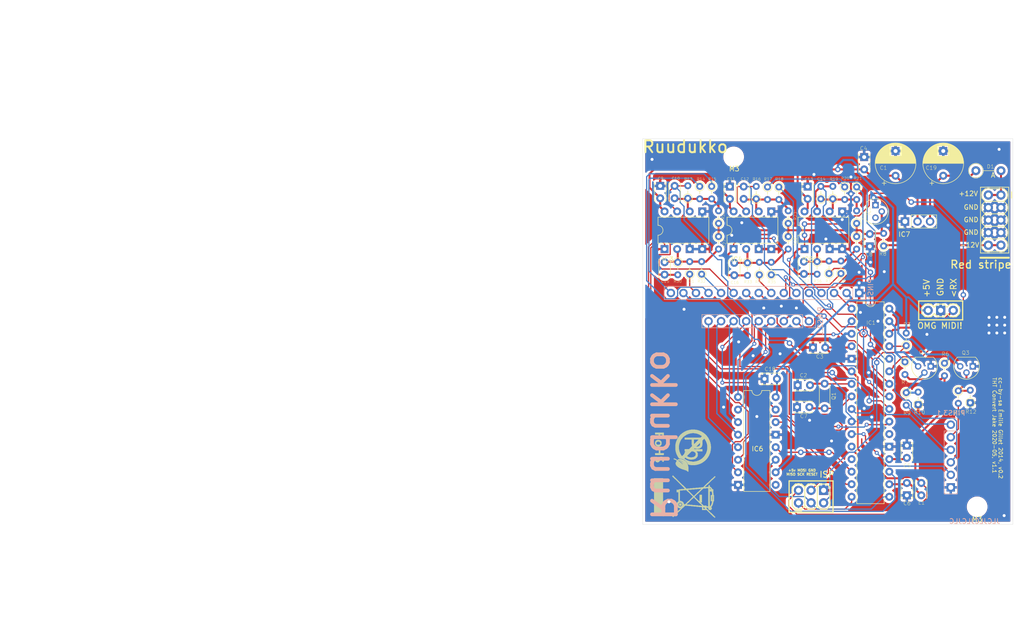
<source format=kicad_pcb>
(kicad_pcb (version 20171130) (host pcbnew "(5.1.5-0-10_14)")
  (layers (0 Top signal) (31 Bottom signal) (34 B.Paste user) (35 F.Paste user) (36 B.SilkS user) (37 F.SilkS user) (38 B.Mask user) (39 F.Mask user) (44 Edge.Cuts user))
  (net 0 "")
  (net 1 GND)
  (net 2 VEE)
  (net 3 +5V)
  (net 4 VCC)
  (net 5 /RESET)
  (net 6 "Net-(C2-Pad2)")
  (net 7 "Net-(C7-Pad2)")
  (net 8 /MOSI)
  (net 9 /SCK)
  (net 10 /MISO)
  (net 11 /LED_CLOCK)
  (net 12 /LED_CH3)
  (net 13 /LED_CH2)
  (net 14 /LED_CH1)
  (net 15 "Net-(IC6-Pad15)")
  (net 16 "Net-(IC6-Pad1)")
  (net 17 "Net-(IC6-Pad2)")
  (net 18 "Net-(IC6-Pad3)")
  (net 19 "Net-(IC6-Pad4)")
  (net 20 "Net-(IC6-Pad5)")
  (net 21 /IN_RESET)
  (net 22 /IN_CLOCK)
  (net 23 /IN_MIDI)
  (net 24 /CH3_CV)
  (net 25 /CH2_CV)
  (net 26 /CH1_CV)
  (net 27 /RND_CV)
  (net 28 /Y_CV)
  (net 29 /X_CV)
  (net 30 "Net-(IC1-Pad22)")
  (net 31 /AREF)
  (net 32 /TEMPO)
  (net 33 "Net-(C6-Pad1)")
  (net 34 /SS)
  (net 35 "Net-(IC1-Pad13)")
  (net 36 "Net-(IC1-Pad12)")
  (net 37 /SW_RESET)
  (net 38 "Net-(IC6-Pad9)")
  (net 39 "Net-(IC6-Pad7)")
  (net 40 "Net-(IC6-Pad6)")
  (net 41 "Net-(C15-Pad1)")
  (net 42 "Net-(R25-PadP$2)")
  (net 43 "Net-(J3-PadTIP)")
  (net 44 "Net-(C12-Pad1)")
  (net 45 "Net-(C16-Pad1)")
  (net 46 /REF_-5)
  (net 47 "Net-(C10-Pad1)")
  (net 48 "Net-(R14-Pad1)")
  (net 49 "Net-(J4-PadTIP)")
  (net 50 "Net-(R35-Pad1)")
  (net 51 "Net-(J11-PadTIP)")
  (net 52 "Net-(R17-Pad1)")
  (net 53 "Net-(J5-PadTIP)")
  (net 54 "Net-(C14-Pad1)")
  (net 55 "Net-(C17-Pad1)")
  (net 56 "Net-(R38-Pad1)")
  (net 57 "Net-(J6-PadTIP)")
  (net 58 "Net-(R20-Pad1)")
  (net 59 "Net-(J7-PadTIP)")
  (net 60 "Net-(Q2-PadB)")
  (net 61 "Net-(J1-PadTIP)")
  (net 62 "Net-(Q3-PadB)")
  (net 63 "Net-(J2-PadTIP)")
  (net 64 "Net-(D1-PadA)")
  (module MountingHole:MountingHole_3.2mm_M3 (layer Top) (at 218.694 64.389)
    (fp_text reference M3 (at 0.127 2.413) (layer F.SilkS))
    (fp_text value MountingHole_3.2mm_M3)
    (pad 1 np_thru_hole circle (at 0 0) (size 3.2 3.2) (drill 3.2) (layers *.Cu *.Mask))
  )
  (module MountingHole:MountingHole_3.2mm_M3 (layer Top) (at 267.97 135.255)
    (fp_text reference M3 (at 0 2.54) (layer F.SilkS))
    (fp_text value MountingHole_3.2mm_M3)
    (pad 1 np_thru_hole circle (at 0 0) (size 3.2 3.2) (drill 3.2) (layers *.Cu *.Mask))
  )
  (module grids_v02:ROHS_BIG (layer Top) (at 201.803 118.364 270)
    (fp_text reference U$2 hide)
    (fp_text value "" hide)
  )
  (module Connector_PinHeader_2.54mm:PinHeader_1x06_P2.54mm_Vertical (layer Bottom) (at 262.636 118.618 180)
    (fp_text reference PINS3.1 (at 0 2.33) (layer B.SilkS) (effects (justify mirror)))
    (fp_text value PinHeader_1x06_P2.54mm_Vertical)
    (pad 6 thru_hole rect (at 0 -12.7 180) (size 1.7 1.7) (drill 1) (layers *.Cu *.Mask) (net 1 GND))
    (pad 5 thru_hole oval (at 0 -10.16 180) (size 1.7 1.7) (drill 1) (layers *.Cu *.Mask) (net 14 /LED_CH1))
    (pad 4 thru_hole oval (at 0 -7.62 180) (size 1.7 1.7) (drill 1) (layers *.Cu *.Mask) (net 13 /LED_CH2))
    (pad 3 thru_hole oval (at 0 -5.08 180) (size 1.7 1.7) (drill 1) (layers *.Cu *.Mask) (net 12 /LED_CH3))
    (pad 2 thru_hole oval (at 0 -2.54 180) (size 1.7 1.7) (drill 1) (layers *.Cu *.Mask) (net 63 "Net-(J2-PadTIP)"))
    (pad 1 thru_hole circle (at 0 0 180) (size 1.7 1.7) (drill 1) (layers *.Cu *.Mask) (net 61 "Net-(J1-PadTIP)"))
  )
  (module Connector_PinHeader_2.54mm:PinHeader_1x09_P2.54mm_Vertical (layer Bottom) (at 233.934 97.663 90)
    (fp_text reference PINS2.1 (at 0 2.33 270) (layer B.SilkS) (effects (justify mirror)))
    (fp_text value PinHeader_1x09_P2.54mm_Vertical)
    (pad 9 thru_hole oval (at 0 -20.32 90) (size 1.7 1.7) (drill 1) (layers *.Cu *.Mask) (net 20 "Net-(IC6-Pad5)"))
    (pad 8 thru_hole oval (at 0 -17.78 90) (size 1.7 1.7) (drill 1) (layers *.Cu *.Mask) (net 19 "Net-(IC6-Pad4)"))
    (pad 7 thru_hole oval (at 0 -15.24 90) (size 1.7 1.7) (drill 1) (layers *.Cu *.Mask) (net 18 "Net-(IC6-Pad3)"))
    (pad 6 thru_hole oval (at 0 -12.7 90) (size 1.7 1.7) (drill 1) (layers *.Cu *.Mask) (net 15 "Net-(IC6-Pad15)"))
    (pad 5 thru_hole oval (at 0 -10.16 90) (size 1.7 1.7) (drill 1) (layers *.Cu *.Mask) (net 16 "Net-(IC6-Pad1)"))
    (pad 4 thru_hole oval (at 0 -7.62 90) (size 1.7 1.7) (drill 1) (layers *.Cu *.Mask) (net 17 "Net-(IC6-Pad2)"))
    (pad 3 thru_hole oval (at 0 -5.08 90) (size 1.7 1.7) (drill 1) (layers *.Cu *.Mask) (net 53 "Net-(J5-PadTIP)"))
    (pad 2 thru_hole oval (at 0 -2.54 90) (size 1.7 1.7) (drill 1) (layers *.Cu *.Mask) (net 57 "Net-(J6-PadTIP)"))
    (pad 1 thru_hole circle (at 0 0 90) (size 1.7 1.7) (drill 1) (layers *.Cu *.Mask) (net 59 "Net-(J7-PadTIP)"))
  )
  (module Connector_PinHeader_2.54mm:PinHeader_1x16_P2.54mm_Vertical (layer Bottom) (at 244.094 91.948 90)
    (fp_text reference PINS1.1 (at 0 2.33 -90) (layer B.SilkS) (effects (justify mirror)))
    (fp_text value PinHeader_1x16_P2.54mm_Vertical)
    (pad 16 thru_hole oval (at 0 -38.1 90) (size 1.7 1.7) (drill 1) (layers *.Cu *.Mask) (net 48 "Net-(R14-Pad1)"))
    (pad 15 thru_hole oval (at 0 -35.56 90) (size 1.7 1.7) (drill 1) (layers *.Cu *.Mask) (net 32 /TEMPO))
    (pad 14 thru_hole oval (at 0 -33.02 90) (size 1.7 1.7) (drill 1) (layers *.Cu *.Mask) (net 42 "Net-(R25-PadP$2)"))
    (pad 13 thru_hole oval (at 0 -30.48 90) (size 1.7 1.7) (drill 1) (layers *.Cu *.Mask) (net 49 "Net-(J4-PadTIP)"))
    (pad 12 thru_hole oval (at 0 -27.94 90) (size 1.7 1.7) (drill 1) (layers *.Cu *.Mask) (net 43 "Net-(J3-PadTIP)"))
    (pad 11 thru_hole oval (at 0 -25.4 90) (size 1.7 1.7) (drill 1) (layers *.Cu *.Mask) (net 39 "Net-(IC6-Pad7)"))
    (pad 10 thru_hole oval (at 0 -22.86 90) (size 1.7 1.7) (drill 1) (layers *.Cu *.Mask) (net 40 "Net-(IC6-Pad6)"))
    (pad 9 thru_hole oval (at 0 -20.32 90) (size 1.7 1.7) (drill 1) (layers *.Cu *.Mask) (net 11 /LED_CLOCK))
    (pad 8 thru_hole oval (at 0 -17.78 90) (size 1.7 1.7) (drill 1) (layers *.Cu *.Mask) (net 51 "Net-(J11-PadTIP)"))
    (pad 7 thru_hole oval (at 0 -15.24 90) (size 1.7 1.7) (drill 1) (layers *.Cu *.Mask) (net 56 "Net-(R38-Pad1)"))
    (pad 6 thru_hole oval (at 0 -12.7 90) (size 1.7 1.7) (drill 1) (layers *.Cu *.Mask) (net 50 "Net-(R35-Pad1)"))
    (pad 5 thru_hole oval (at 0 -10.16 90) (size 1.7 1.7) (drill 1) (layers *.Cu *.Mask) (net 52 "Net-(R17-Pad1)"))
    (pad 4 thru_hole oval (at 0 -7.62 90) (size 1.7 1.7) (drill 1) (layers *.Cu *.Mask) (net 58 "Net-(R20-Pad1)"))
    (pad 3 thru_hole oval (at 0 -5.08 90) (size 1.7 1.7) (drill 1) (layers *.Cu *.Mask) (net 37 /SW_RESET))
    (pad 2 thru_hole oval (at 0 -2.54 90) (size 1.7 1.7) (drill 1) (layers *.Cu *.Mask) (net 3 +5V))
    (pad 1 thru_hole rect (at 0 0 90) (size 1.7 1.7) (drill 1) (layers *.Cu *.Mask) (net 1 GND))
  )
  (module grids_v02:AVR_ICSP (layer Top) (at 271.5106 77.1906 180)
    (fp_text reference J16 hide)
    (fp_text value M05X2PTH hide)
    (pad 10 thru_hole circle (at 1.27 5.08 90) (size 1.8796 1.8796) (drill 1.016) (layers *.Cu *.Mask) (net 64 "Net-(D1-PadA)"))
    (pad 9 thru_hole circle (at -1.27 5.08 90) (size 1.8796 1.8796) (drill 1.016) (layers *.Cu *.Mask) (net 64 "Net-(D1-PadA)"))
    (pad 8 thru_hole circle (at 1.27 2.54 90) (size 1.8796 1.8796) (drill 1.016) (layers *.Cu *.Mask) (net 1 GND))
    (pad 7 thru_hole circle (at -1.27 2.54 90) (size 1.8796 1.8796) (drill 1.016) (layers *.Cu *.Mask) (net 1 GND))
    (pad 6 thru_hole circle (at 1.27 0 90) (size 1.8796 1.8796) (drill 1.016) (layers *.Cu *.Mask) (net 1 GND))
    (pad 5 thru_hole circle (at -1.27 0 90) (size 1.8796 1.8796) (drill 1.016) (layers *.Cu *.Mask) (net 1 GND))
    (pad 4 thru_hole circle (at 1.27 -2.54 90) (size 1.8796 1.8796) (drill 1.016) (layers *.Cu *.Mask) (net 1 GND))
    (pad 3 thru_hole circle (at -1.27 -2.54 90) (size 1.8796 1.8796) (drill 1.016) (layers *.Cu *.Mask) (net 1 GND))
    (pad 2 thru_hole circle (at 1.27 -5.08 90) (size 1.8796 1.8796) (drill 1.016) (layers *.Cu *.Mask) (net 2 VEE))
    (pad 1 thru_hole circle (at -1.27 -5.08 90) (size 1.8796 1.8796) (drill 1.016) (layers *.Cu *.Mask) (net 2 VEE))
  )
  (module Capacitor_THT:C_Disc_D3.4mm_W2.1mm_P2.50mm (layer Top) (at 227.457 109.347 180)
    (fp_text reference C18 (at 2.54 1.524) (layer F.SilkS) (effects (font (size 0.77216 0.77216) (thickness 0.061772)) (justify left bottom)))
    (fp_text value 100n)
    (pad 1 thru_hole circle (at 0 0 180) (size 1.6 1.6) (drill 0.8) (layers *.Cu *.Mask) (net 3 +5V))
    (pad 2 thru_hole rect (at 2.5 0 180) (size 1.6 1.6) (drill 0.8) (layers *.Cu *.Mask) (net 1 GND))
  )
  (module Package_DIP:DIP-16_W7.62mm (layer Top) (at 219.583 113.03)
    (fp_text reference IC6 (at 2.667 11.049 -180) (layer F.SilkS) (effects (font (size 0.9652 0.9652) (thickness 0.14478)) (justify left bottom)))
    (fp_text value 74595D)
    (pad 1 thru_hole circle (at 0 0) (size 1.6 1.6) (drill 0.8) (layers *.Cu *.Mask) (net 16 "Net-(IC6-Pad1)"))
    (pad 9 thru_hole oval (at 7.62 17.78) (size 1.6 1.6) (drill 0.8) (layers *.Cu *.Mask) (net 38 "Net-(IC6-Pad9)"))
    (pad 2 thru_hole oval (at 0 2.54) (size 1.6 1.6) (drill 0.8) (layers *.Cu *.Mask) (net 17 "Net-(IC6-Pad2)"))
    (pad 10 thru_hole oval (at 7.62 15.24) (size 1.6 1.6) (drill 0.8) (layers *.Cu *.Mask) (net 3 +5V))
    (pad 3 thru_hole oval (at 0 5.08) (size 1.6 1.6) (drill 0.8) (layers *.Cu *.Mask) (net 18 "Net-(IC6-Pad3)"))
    (pad 11 thru_hole oval (at 7.62 12.7) (size 1.6 1.6) (drill 0.8) (layers *.Cu *.Mask) (net 9 /SCK))
    (pad 4 thru_hole oval (at 0 7.62) (size 1.6 1.6) (drill 0.8) (layers *.Cu *.Mask) (net 19 "Net-(IC6-Pad4)"))
    (pad 12 thru_hole oval (at 7.62 10.16) (size 1.6 1.6) (drill 0.8) (layers *.Cu *.Mask) (net 34 /SS))
    (pad 5 thru_hole oval (at 0 10.16) (size 1.6 1.6) (drill 0.8) (layers *.Cu *.Mask) (net 20 "Net-(IC6-Pad5)"))
    (pad 13 thru_hole rect (at 7.62 7.62) (size 1.6 1.6) (drill 0.8) (layers *.Cu *.Mask) (net 1 GND))
    (pad 6 thru_hole oval (at 0 12.7) (size 1.6 1.6) (drill 0.8) (layers *.Cu *.Mask) (net 40 "Net-(IC6-Pad6)"))
    (pad 14 thru_hole oval (at 7.62 5.08) (size 1.6 1.6) (drill 0.8) (layers *.Cu *.Mask) (net 8 /MOSI))
    (pad 7 thru_hole oval (at 0 15.24) (size 1.6 1.6) (drill 0.8) (layers *.Cu *.Mask) (net 39 "Net-(IC6-Pad7)"))
    (pad 15 thru_hole oval (at 7.62 2.54) (size 1.6 1.6) (drill 0.8) (layers *.Cu *.Mask) (net 15 "Net-(IC6-Pad15)"))
    (pad 8 thru_hole rect (at 0 17.78) (size 1.6 1.6) (drill 0.8) (layers *.Cu *.Mask) (net 1 GND))
    (pad 16 thru_hole oval (at 7.62 0) (size 1.6 1.6) (drill 0.8) (layers *.Cu *.Mask) (net 3 +5V))
  )
  (module Resistor_THT:R_Axial_DIN0204_L3.6mm_D1.6mm_P2.54mm_Vertical (layer Top) (at 264.16 111.76 270)
    (fp_text reference R11 (at 4.826 1.016) (layer F.SilkS) (effects (font (size 0.77216 0.77216) (thickness 0.061772)) (justify left bottom)))
    (fp_text value 100k)
    (pad 1 thru_hole circle (at 0 0 270) (size 1.4 1.4) (drill 0.7) (layers *.Cu *.Mask) (net 62 "Net-(Q3-PadB)"))
    (pad 2 thru_hole oval (at 2.54 0 270) (size 1.4 1.4) (drill 0.7) (layers *.Cu *.Mask) (net 63 "Net-(J2-PadTIP)"))
  )
  (module Resistor_THT:R_Axial_DIN0204_L3.6mm_D1.6mm_P2.54mm_Vertical (layer Top) (at 266.573 114.173 90)
    (fp_text reference R12 (at -2.286 -1.016) (layer F.SilkS) (effects (font (size 0.77216 0.77216) (thickness 0.061772)) (justify left bottom)))
    (fp_text value 1M)
    (pad 1 thru_hole rect (at 0 0 90) (size 1.4 1.4) (drill 0.7) (layers *.Cu *.Mask) (net 1 GND))
    (pad 2 thru_hole oval (at 2.54 0 90) (size 1.4 1.4) (drill 0.7) (layers *.Cu *.Mask) (net 62 "Net-(Q3-PadB)"))
  )
  (module Resistor_THT:R_Axial_DIN0204_L3.6mm_D1.6mm_P2.54mm_Vertical (layer Top) (at 256.032 114.554 90)
    (fp_text reference R10 (at -2.032 -0.889) (layer F.SilkS) (effects (font (size 0.77216 0.77216) (thickness 0.061772)) (justify left bottom)))
    (fp_text value 1M)
    (pad 1 thru_hole rect (at 0 0 90) (size 1.4 1.4) (drill 0.7) (layers *.Cu *.Mask) (net 1 GND))
    (pad 2 thru_hole oval (at 2.54 0 90) (size 1.4 1.4) (drill 0.7) (layers *.Cu *.Mask) (net 60 "Net-(Q2-PadB)"))
  )
  (module Resistor_THT:R_Axial_DIN0204_L3.6mm_D1.6mm_P2.54mm_Vertical (layer Top) (at 253.619 112.141 270)
    (fp_text reference R9 (at 4.572 0.635) (layer F.SilkS) (effects (font (size 0.77216 0.77216) (thickness 0.061772)) (justify left bottom)))
    (fp_text value 100k)
    (pad 1 thru_hole circle (at 0 0 270) (size 1.4 1.4) (drill 0.7) (layers *.Cu *.Mask) (net 60 "Net-(Q2-PadB)"))
    (pad 2 thru_hole oval (at 2.54 0 270) (size 1.4 1.4) (drill 0.7) (layers *.Cu *.Mask) (net 61 "Net-(J1-PadTIP)"))
  )
  (module Resistor_THT:R_Axial_DIN0204_L3.6mm_D1.6mm_P2.54mm_Vertical (layer Top) (at 261.366 106.172 270)
    (fp_text reference R6 (at -1.397 0.635) (layer F.SilkS) (effects (font (size 0.77216 0.77216) (thickness 0.061772)) (justify left bottom)))
    (fp_text value 10k)
    (pad 1 thru_hole circle (at 0 0 270) (size 1.4 1.4) (drill 0.7) (layers *.Cu *.Mask) (net 21 /IN_RESET))
    (pad 2 thru_hole oval (at 2.54 0 270) (size 1.4 1.4) (drill 0.7) (layers *.Cu *.Mask) (net 3 +5V))
  )
  (module Resistor_THT:R_Axial_DIN0204_L3.6mm_D1.6mm_P2.54mm_Vertical (layer Top) (at 253.365 105.918 270)
    (fp_text reference R7 (at 4.572 0.762) (layer F.SilkS) (effects (font (size 0.77216 0.77216) (thickness 0.061772)) (justify left bottom)))
    (fp_text value 10k)
    (pad 1 thru_hole circle (at 0 0 270) (size 1.4 1.4) (drill 0.7) (layers *.Cu *.Mask) (net 22 /IN_CLOCK))
    (pad 2 thru_hole oval (at 2.54 0 270) (size 1.4 1.4) (drill 0.7) (layers *.Cu *.Mask) (net 3 +5V))
  )
  (module Package_TO_SOT_THT:TO-92 (layer Top) (at 258.572 106.807 180)
    (fp_text reference Q2 (at 0.762 2.413) (layer F.SilkS) (effects (font (size 0.77216 0.77216) (thickness 0.061772)) (justify right bottom)))
    (fp_text value MMBT3904)
    (pad E thru_hole rect (at 0 0 270) (size 1.3 1.3) (drill 0.75) (layers *.Cu *.Mask) (net 1 GND))
    (pad C thru_hole circle (at 2.54 0 270) (size 1.3 1.3) (drill 0.75) (layers *.Cu *.Mask) (net 22 /IN_CLOCK))
    (pad B thru_hole circle (at 1.27 -1.27 270) (size 1.3 1.3) (drill 0.75) (layers *.Cu *.Mask) (net 60 "Net-(Q2-PadB)"))
  )
  (module Package_TO_SOT_THT:TO-92 (layer Top) (at 267.081 106.807 180)
    (fp_text reference Q3 (at 0.635 2.286) (layer F.SilkS) (effects (font (size 0.77216 0.77216) (thickness 0.061772)) (justify right bottom)))
    (fp_text value MMBT3904 hide)
    (pad B thru_hole circle (at 1.27 -1.27 270) (size 1.3 1.3) (drill 0.75) (layers *.Cu *.Mask) (net 62 "Net-(Q3-PadB)"))
    (pad C thru_hole circle (at 2.54 0 270) (size 1.3 1.3) (drill 0.75) (layers *.Cu *.Mask) (net 21 /IN_RESET))
    (pad E thru_hole rect (at 0 0 270) (size 1.3 1.3) (drill 0.75) (layers *.Cu *.Mask) (net 1 GND))
  )
  (module Capacitor_THT:C_Disc_D3.4mm_W2.1mm_P2.50mm (layer Top) (at 231.521 115.062)
    (fp_text reference C7 (at 2.159 2.286 180) (layer F.SilkS) (effects (font (size 0.77216 0.77216) (thickness 0.061772)) (justify right bottom)))
    (fp_text value 18p)
    (pad 1 thru_hole rect (at 0 0) (size 1.6 1.6) (drill 0.8) (layers *.Cu *.Mask) (net 1 GND))
    (pad 2 thru_hole circle (at 2.5 0) (size 1.6 1.6) (drill 0.8) (layers *.Cu *.Mask) (net 7 "Net-(C7-Pad2)"))
  )
  (module Capacitor_THT:C_Disc_D4.3mm_W1.9mm_P5.00mm (layer Top) (at 237.109 115.316 90)
    (fp_text reference Q1 (at 3.302 2.286 270) (layer F.SilkS) (effects (font (size 0.77216 0.77216) (thickness 0.077216)) (justify right bottom)))
    (fp_text value 20MHz)
    (pad 1 thru_hole circle (at 0 0 90) (size 1.6 1.6) (drill 0.8) (layers *.Cu *.Mask) (net 7 "Net-(C7-Pad2)"))
    (pad 2 thru_hole circle (at 5 0 90) (size 1.6 1.6) (drill 0.8) (layers *.Cu *.Mask) (net 6 "Net-(C2-Pad2)"))
  )
  (module Capacitor_THT:C_Disc_D3.4mm_W2.1mm_P2.50mm (layer Top) (at 231.648 110.617)
    (fp_text reference C2 (at 0.381 -1.524) (layer F.SilkS) (effects (font (size 0.77216 0.77216) (thickness 0.061772)) (justify left bottom)))
    (fp_text value 18p)
    (pad 1 thru_hole rect (at 0 0) (size 1.6 1.6) (drill 0.8) (layers *.Cu *.Mask) (net 1 GND))
    (pad 2 thru_hole circle (at 2.5 0) (size 1.6 1.6) (drill 0.8) (layers *.Cu *.Mask) (net 6 "Net-(C2-Pad2)"))
  )
  (module Capacitor_THT:C_Disc_D3.4mm_W2.1mm_P2.50mm (layer Top) (at 256.667 130.429 270)
    (fp_text reference L1 (at 4.445 -0.762) (layer F.SilkS) (effects (font (size 0.77216 0.77216) (thickness 0.061772)) (justify right bottom)))
    (fp_text value WE-CBF_0603)
    (pad 1 thru_hole circle (at 0 0 270) (size 1.6 1.6) (drill 0.8) (layers *.Cu *.Mask) (net 3 +5V))
    (pad 2 thru_hole circle (at 2.5 0 270) (size 1.6 1.6) (drill 0.8) (layers *.Cu *.Mask) (net 33 "Net-(C6-Pad1)"))
  )
  (module Capacitor_THT:C_Disc_D3.4mm_W2.1mm_P2.50mm (layer Top) (at 253.746 130.429 270)
    (fp_text reference C6 (at 4.572 0.762) (layer F.SilkS) (effects (font (size 0.77216 0.77216) (thickness 0.061772)) (justify left bottom)))
    (fp_text value 100n)
    (pad 1 thru_hole circle (at 0 0 270) (size 1.6 1.6) (drill 0.8) (layers *.Cu *.Mask) (net 33 "Net-(C6-Pad1)"))
    (pad 2 thru_hole rect (at 2.5 0 270) (size 1.6 1.6) (drill 0.8) (layers *.Cu *.Mask) (net 1 GND))
  )
  (module Capacitor_THT:C_Disc_D3.4mm_W2.1mm_P2.50mm (layer Top) (at 253.746 125.349 90)
    (fp_text reference C5 (at -2.032 -0.762 180) (layer F.SilkS) (effects (font (size 0.77216 0.77216) (thickness 0.061772)) (justify left bottom)))
    (fp_text value 100n)
    (pad 1 thru_hole circle (at 0 0 90) (size 1.6 1.6) (drill 0.8) (layers *.Cu *.Mask) (net 31 /AREF))
    (pad 2 thru_hole rect (at 2.5 0 90) (size 1.6 1.6) (drill 0.8) (layers *.Cu *.Mask) (net 1 GND))
  )
  (module Capacitor_THT:C_Disc_D3.4mm_W2.1mm_P2.50mm (layer Top) (at 237.236 102.997 180)
    (fp_text reference C3 (at 1.905 -2.286 180) (layer F.SilkS) (effects (font (size 0.77216 0.77216) (thickness 0.061772)) (justify left bottom)))
    (fp_text value 100n)
    (pad 1 thru_hole circle (at 0 0 180) (size 1.6 1.6) (drill 0.8) (layers *.Cu *.Mask) (net 3 +5V))
    (pad 2 thru_hole rect (at 2.5 0 180) (size 1.6 1.6) (drill 0.8) (layers *.Cu *.Mask) (net 1 GND))
  )
  (module Resistor_THT:R_Axial_DIN0204_L3.6mm_D1.6mm_P2.54mm_Vertical (layer Top) (at 253.619 102.616 90)
    (fp_text reference R3 (at 3.81 -0.635) (layer F.SilkS) (effects (font (size 0.77216 0.77216) (thickness 0.061772)) (justify left bottom)))
    (fp_text value 10k)
    (pad 1 thru_hole circle (at 0 0 90) (size 1.4 1.4) (drill 0.7) (layers *.Cu *.Mask) (net 5 /RESET))
    (pad 2 thru_hole oval (at 2.54 0 90) (size 1.4 1.4) (drill 0.7) (layers *.Cu *.Mask) (net 3 +5V))
  )
  (module Package_DIP:DIP-32_W7.62mm (layer Top) (at 242.57 95.123)
    (fp_text reference IC1 (at 2.921 3.302) (layer F.SilkS) (effects (font (size 0.77216 0.77216) (thickness 0.061772)) (justify left bottom)))
    (fp_text value ATMEGA328P-AU)
    (pad 1 thru_hole circle (at 0 0) (size 1.6 1.6) (drill 0.8) (layers *.Cu *.Mask) (net 37 /SW_RESET))
    (pad 17 thru_hole oval (at 7.62 38.1) (size 1.6 1.6) (drill 0.8) (layers *.Cu *.Mask) (net 9 /SCK))
    (pad 2 thru_hole oval (at 0 2.54) (size 1.6 1.6) (drill 0.8) (layers *.Cu *.Mask) (net 11 /LED_CLOCK))
    (pad 18 thru_hole oval (at 7.62 35.56) (size 1.6 1.6) (drill 0.8) (layers *.Cu *.Mask) (net 33 "Net-(C6-Pad1)"))
    (pad 3 thru_hole oval (at 0 5.08) (size 1.6 1.6) (drill 0.8) (layers *.Cu *.Mask) (net 1 GND))
    (pad 19 thru_hole oval (at 7.62 33.02) (size 1.6 1.6) (drill 0.8) (layers *.Cu *.Mask) (net 32 /TEMPO))
    (pad 4 thru_hole oval (at 0 7.62) (size 1.6 1.6) (drill 0.8) (layers *.Cu *.Mask) (net 3 +5V))
    (pad 20 thru_hole oval (at 7.62 30.48) (size 1.6 1.6) (drill 0.8) (layers *.Cu *.Mask) (net 31 /AREF))
    (pad 5 thru_hole rect (at 0 10.16) (size 1.6 1.6) (drill 0.8) (layers *.Cu *.Mask) (net 1 GND))
    (pad 21 thru_hole rect (at 7.62 27.94) (size 1.6 1.6) (drill 0.8) (layers *.Cu *.Mask) (net 1 GND))
    (pad 6 thru_hole oval (at 0 12.7) (size 1.6 1.6) (drill 0.8) (layers *.Cu *.Mask) (net 3 +5V))
    (pad 22 thru_hole oval (at 7.62 25.4) (size 1.6 1.6) (drill 0.8) (layers *.Cu *.Mask) (net 30 "Net-(IC1-Pad22)"))
    (pad 7 thru_hole oval (at 0 15.24) (size 1.6 1.6) (drill 0.8) (layers *.Cu *.Mask) (net 6 "Net-(C2-Pad2)"))
    (pad 23 thru_hole oval (at 7.62 22.86) (size 1.6 1.6) (drill 0.8) (layers *.Cu *.Mask) (net 29 /X_CV))
    (pad 8 thru_hole oval (at 0 17.78) (size 1.6 1.6) (drill 0.8) (layers *.Cu *.Mask) (net 7 "Net-(C7-Pad2)"))
    (pad 24 thru_hole oval (at 7.62 20.32) (size 1.6 1.6) (drill 0.8) (layers *.Cu *.Mask) (net 28 /Y_CV))
    (pad 9 thru_hole oval (at 0 20.32) (size 1.6 1.6) (drill 0.8) (layers *.Cu *.Mask) (net 12 /LED_CH3))
    (pad 25 thru_hole oval (at 7.62 17.78) (size 1.6 1.6) (drill 0.8) (layers *.Cu *.Mask) (net 27 /RND_CV))
    (pad 10 thru_hole oval (at 0 22.86) (size 1.6 1.6) (drill 0.8) (layers *.Cu *.Mask) (net 13 /LED_CH2))
    (pad 26 thru_hole oval (at 7.62 15.24) (size 1.6 1.6) (drill 0.8) (layers *.Cu *.Mask) (net 26 /CH1_CV))
    (pad 11 thru_hole oval (at 0 25.4) (size 1.6 1.6) (drill 0.8) (layers *.Cu *.Mask) (net 14 /LED_CH1))
    (pad 27 thru_hole oval (at 7.62 12.7) (size 1.6 1.6) (drill 0.8) (layers *.Cu *.Mask) (net 25 /CH2_CV))
    (pad 12 thru_hole oval (at 0 27.94) (size 1.6 1.6) (drill 0.8) (layers *.Cu *.Mask) (net 36 "Net-(IC1-Pad12)"))
    (pad 28 thru_hole oval (at 7.62 10.16) (size 1.6 1.6) (drill 0.8) (layers *.Cu *.Mask) (net 24 /CH3_CV))
    (pad 13 thru_hole oval (at 0 30.48) (size 1.6 1.6) (drill 0.8) (layers *.Cu *.Mask) (net 35 "Net-(IC1-Pad13)"))
    (pad 29 thru_hole oval (at 7.62 7.62) (size 1.6 1.6) (drill 0.8) (layers *.Cu *.Mask) (net 5 /RESET))
    (pad 14 thru_hole oval (at 0 33.02) (size 1.6 1.6) (drill 0.8) (layers *.Cu *.Mask) (net 34 /SS))
    (pad 30 thru_hole oval (at 7.62 5.08) (size 1.6 1.6) (drill 0.8) (layers *.Cu *.Mask) (net 23 /IN_MIDI))
    (pad 15 thru_hole oval (at 0 35.56) (size 1.6 1.6) (drill 0.8) (layers *.Cu *.Mask) (net 8 /MOSI))
    (pad 31 thru_hole oval (at 7.62 2.54) (size 1.6 1.6) (drill 0.8) (layers *.Cu *.Mask) (net 22 /IN_CLOCK))
    (pad 16 thru_hole oval (at 0 38.1) (size 1.6 1.6) (drill 0.8) (layers *.Cu *.Mask) (net 10 /MISO))
    (pad 32 thru_hole oval (at 7.62 0) (size 1.6 1.6) (drill 0.8) (layers *.Cu *.Mask) (net 21 /IN_RESET))
  )
  (module Capacitor_THT:C_Disc_D3.4mm_W2.1mm_P2.50mm (layer Top) (at 203.835 72.771 90)
    (fp_text reference C9 (at 3.683 -0.508 180) (layer F.SilkS) (effects (font (size 0.57912 0.57912) (thickness 0.046329)) (justify left bottom)))
    (fp_text value 100n)
    (pad 1 thru_hole circle (at 0 0 90) (size 1.6 1.6) (drill 0.8) (layers *.Cu *.Mask) (net 3 +5V))
    (pad 2 thru_hole rect (at 2.5 0 90) (size 1.6 1.6) (drill 0.8) (layers *.Cu *.Mask) (net 1 GND))
  )
  (module Capacitor_THT:C_Disc_D3.4mm_W2.1mm_P2.50mm (layer Top) (at 206.756 72.771 90)
    (fp_text reference C10 (at 3.683 -0.635 180) (layer F.SilkS) (effects (font (size 0.57912 0.57912) (thickness 0.046329)) (justify left bottom)))
    (fp_text value 10n)
    (pad 1 thru_hole circle (at 0 0 90) (size 1.6 1.6) (drill 0.8) (layers *.Cu *.Mask) (net 47 "Net-(C10-Pad1)"))
    (pad 2 thru_hole circle (at 2.5 0 90) (size 1.6 1.6) (drill 0.8) (layers *.Cu *.Mask) (net 28 /Y_CV))
  )
  (module Capacitor_THT:C_Disc_D3.4mm_W2.1mm_P2.50mm (layer Top) (at 204.724 85.725 270)
    (fp_text reference C15 (at 4.191 0.762 180) (layer F.SilkS) (effects (font (size 0.57912 0.57912) (thickness 0.046329)) (justify left bottom)))
    (fp_text value 10n)
    (pad 1 thru_hole circle (at 0 0 270) (size 1.6 1.6) (drill 0.8) (layers *.Cu *.Mask) (net 41 "Net-(C15-Pad1)"))
    (pad 2 thru_hole circle (at 2.5 0 270) (size 1.6 1.6) (drill 0.8) (layers *.Cu *.Mask) (net 29 /X_CV))
  )
  (module Resistor_THT:R_Axial_DIN0204_L3.6mm_D1.6mm_P2.54mm_Vertical (layer Top) (at 207.391 85.725 270)
    (fp_text reference R30 (at 4.191 0.889 180) (layer F.SilkS) (effects (font (size 0.57912 0.57912) (thickness 0.046329)) (justify left bottom)))
    (fp_text value 100k)
    (pad 1 thru_hole circle (at 0 0 270) (size 1.4 1.4) (drill 0.7) (layers *.Cu *.Mask) (net 41 "Net-(C15-Pad1)"))
    (pad 2 thru_hole oval (at 2.54 0 270) (size 1.4 1.4) (drill 0.7) (layers *.Cu *.Mask) (net 29 /X_CV))
  )
  (module Resistor_THT:R_Axial_DIN0204_L3.6mm_D1.6mm_P2.54mm_Vertical (layer Top) (at 209.804 88.138 90)
    (fp_text reference R31 (at -1.778 -0.762 180) (layer F.SilkS) (effects (font (size 0.57912 0.57912) (thickness 0.046329)) (justify left bottom)))
    (fp_text value 100k)
    (pad 1 thru_hole circle (at 0 0 90) (size 1.4 1.4) (drill 0.7) (layers *.Cu *.Mask) (net 42 "Net-(R25-PadP$2)"))
    (pad 2 thru_hole oval (at 2.54 0 90) (size 1.4 1.4) (drill 0.7) (layers *.Cu *.Mask) (net 41 "Net-(C15-Pad1)"))
  )
  (module Resistor_THT:R_Axial_DIN0204_L3.6mm_D1.6mm_P2.54mm_Vertical (layer Top) (at 212.217 88.138 90)
    (fp_text reference R32 (at -1.778 -0.889 180) (layer F.SilkS) (effects (font (size 0.57912 0.57912) (thickness 0.046329)) (justify left bottom)))
    (fp_text value 100k)
    (pad 1 thru_hole circle (at 0 0 90) (size 1.4 1.4) (drill 0.7) (layers *.Cu *.Mask) (net 43 "Net-(J3-PadTIP)"))
    (pad 2 thru_hole oval (at 2.54 0 90) (size 1.4 1.4) (drill 0.7) (layers *.Cu *.Mask) (net 41 "Net-(C15-Pad1)"))
  )
  (module Resistor_THT:R_Axial_DIN0204_L3.6mm_D1.6mm_P2.54mm_Vertical (layer Top) (at 209.423 72.771 90)
    (fp_text reference R13 (at 3.556 -0.762 180) (layer F.SilkS) (effects (font (size 0.57912 0.57912) (thickness 0.046329)) (justify left bottom)))
    (fp_text value 100k)
    (pad 1 thru_hole circle (at 0 0 90) (size 1.4 1.4) (drill 0.7) (layers *.Cu *.Mask) (net 47 "Net-(C10-Pad1)"))
    (pad 2 thru_hole oval (at 2.54 0 90) (size 1.4 1.4) (drill 0.7) (layers *.Cu *.Mask) (net 28 /Y_CV))
  )
  (module Resistor_THT:R_Axial_DIN0204_L3.6mm_D1.6mm_P2.54mm_Vertical (layer Top) (at 211.836 70.358 270)
    (fp_text reference R14 (at -1.143 0.635 180) (layer F.SilkS) (effects (font (size 0.57912 0.57912) (thickness 0.046329)) (justify left bottom)))
    (fp_text value 100k)
    (pad 1 thru_hole circle (at 0 0 270) (size 1.4 1.4) (drill 0.7) (layers *.Cu *.Mask) (net 48 "Net-(R14-Pad1)"))
    (pad 2 thru_hole oval (at 2.54 0 270) (size 1.4 1.4) (drill 0.7) (layers *.Cu *.Mask) (net 47 "Net-(C10-Pad1)"))
  )
  (module Resistor_THT:R_Axial_DIN0204_L3.6mm_D1.6mm_P2.54mm_Vertical (layer Top) (at 214.249 70.358 270)
    (fp_text reference R15 (at -1.143 0.762 180) (layer F.SilkS) (effects (font (size 0.57912 0.57912) (thickness 0.046329)) (justify left bottom)))
    (fp_text value 100k)
    (pad 1 thru_hole circle (at 0 0 270) (size 1.4 1.4) (drill 0.7) (layers *.Cu *.Mask) (net 49 "Net-(J4-PadTIP)"))
    (pad 2 thru_hole oval (at 2.54 0 270) (size 1.4 1.4) (drill 0.7) (layers *.Cu *.Mask) (net 47 "Net-(C10-Pad1)"))
  )
  (module Package_DIP:DIP-8_W7.62mm (layer Top) (at 204.724 83.058 90)
    (fp_text reference IC3 (at -2.667 1.905) (layer F.SilkS) (effects (font (size 0.9652 0.9652) (thickness 0.14478)) (justify right bottom)))
    (fp_text value MCP6002)
    (pad 1 thru_hole rect (at 0 0 90) (size 1.6 1.6) (drill 0.8) (layers *.Cu *.Mask) (net 29 /X_CV))
    (pad 5 thru_hole rect (at 7.62 7.62 90) (size 1.6 1.6) (drill 0.8) (layers *.Cu *.Mask) (net 1 GND))
    (pad 2 thru_hole oval (at 0 2.54 90) (size 1.6 1.6) (drill 0.8) (layers *.Cu *.Mask) (net 41 "Net-(C15-Pad1)"))
    (pad 6 thru_hole oval (at 7.62 5.08 90) (size 1.6 1.6) (drill 0.8) (layers *.Cu *.Mask) (net 47 "Net-(C10-Pad1)"))
    (pad 3 thru_hole rect (at 0 5.08 90) (size 1.6 1.6) (drill 0.8) (layers *.Cu *.Mask) (net 1 GND))
    (pad 7 thru_hole oval (at 7.62 2.54 90) (size 1.6 1.6) (drill 0.8) (layers *.Cu *.Mask) (net 28 /Y_CV))
    (pad 4 thru_hole rect (at 0 7.62 90) (size 1.6 1.6) (drill 0.8) (layers *.Cu *.Mask) (net 1 GND))
    (pad 8 thru_hole oval (at 7.62 0 90) (size 1.6 1.6) (drill 0.8) (layers *.Cu *.Mask) (net 3 +5V))
  )
  (module Resistor_THT:R_Axial_DIN0204_L3.6mm_D1.6mm_P2.54mm_Vertical (layer Top) (at 215.646 80.518 270)
    (fp_text reference R27 (at 2.286 -1.524 90) (layer F.SilkS) (effects (font (size 0.57912 0.57912) (thickness 0.046329)) (justify left bottom)))
    (fp_text value 100k)
    (pad 1 thru_hole circle (at 0 0 270) (size 1.4 1.4) (drill 0.7) (layers *.Cu *.Mask) (net 46 /REF_-5))
    (pad 2 thru_hole oval (at 2.54 0 270) (size 1.4 1.4) (drill 0.7) (layers *.Cu *.Mask) (net 41 "Net-(C15-Pad1)"))
  )
  (module Resistor_THT:R_Axial_DIN0204_L3.6mm_D1.6mm_P2.54mm_Vertical (layer Top) (at 215.646 77.851 90)
    (fp_text reference R22 (at 0.762 1.27 90) (layer F.SilkS) (effects (font (size 0.57912 0.57912) (thickness 0.046329)) (justify left bottom)))
    (fp_text value 100k)
    (pad 1 thru_hole circle (at 0 0 90) (size 1.4 1.4) (drill 0.7) (layers *.Cu *.Mask) (net 46 /REF_-5))
    (pad 2 thru_hole oval (at 2.54 0 90) (size 1.4 1.4) (drill 0.7) (layers *.Cu *.Mask) (net 47 "Net-(C10-Pad1)"))
  )
  (module Package_DIP:DIP-8_W7.62mm (layer Top) (at 218.694 83.058 90)
    (fp_text reference IC4 (at -2.667 1.905) (layer F.SilkS) (effects (font (size 0.9652 0.9652) (thickness 0.14478)) (justify right bottom)))
    (fp_text value MCP6002)
    (pad 1 thru_hole rect (at 0 0 90) (size 1.6 1.6) (drill 0.8) (layers *.Cu *.Mask) (net 27 /RND_CV))
    (pad 5 thru_hole rect (at 7.62 7.62 90) (size 1.6 1.6) (drill 0.8) (layers *.Cu *.Mask) (net 1 GND))
    (pad 2 thru_hole oval (at 0 2.54 90) (size 1.6 1.6) (drill 0.8) (layers *.Cu *.Mask) (net 45 "Net-(C16-Pad1)"))
    (pad 6 thru_hole oval (at 7.62 5.08 90) (size 1.6 1.6) (drill 0.8) (layers *.Cu *.Mask) (net 44 "Net-(C12-Pad1)"))
    (pad 3 thru_hole rect (at 0 5.08 90) (size 1.6 1.6) (drill 0.8) (layers *.Cu *.Mask) (net 1 GND))
    (pad 7 thru_hole oval (at 7.62 2.54 90) (size 1.6 1.6) (drill 0.8) (layers *.Cu *.Mask) (net 26 /CH1_CV))
    (pad 4 thru_hole rect (at 0 7.62 90) (size 1.6 1.6) (drill 0.8) (layers *.Cu *.Mask) (net 1 GND))
    (pad 8 thru_hole oval (at 7.62 0 90) (size 1.6 1.6) (drill 0.8) (layers *.Cu *.Mask) (net 3 +5V))
  )
  (module Capacitor_THT:C_Disc_D3.4mm_W2.1mm_P2.50mm (layer Top) (at 218.821 85.852 270)
    (fp_text reference C16 (at 4.318 0.762 180) (layer F.SilkS) (effects (font (size 0.57912 0.57912) (thickness 0.046329)) (justify left bottom)))
    (fp_text value 10n)
    (pad 1 thru_hole circle (at 0 0 270) (size 1.6 1.6) (drill 0.8) (layers *.Cu *.Mask) (net 45 "Net-(C16-Pad1)"))
    (pad 2 thru_hole circle (at 2.5 0 270) (size 1.6 1.6) (drill 0.8) (layers *.Cu *.Mask) (net 27 /RND_CV))
  )
  (module Resistor_THT:R_Axial_DIN0204_L3.6mm_D1.6mm_P2.54mm_Vertical (layer Top) (at 221.488 85.852 270)
    (fp_text reference R33 (at 4.191 0.762 180) (layer F.SilkS) (effects (font (size 0.57912 0.57912) (thickness 0.046329)) (justify left bottom)))
    (fp_text value 100k)
    (pad 1 thru_hole circle (at 0 0 270) (size 1.4 1.4) (drill 0.7) (layers *.Cu *.Mask) (net 45 "Net-(C16-Pad1)"))
    (pad 2 thru_hole oval (at 2.54 0 270) (size 1.4 1.4) (drill 0.7) (layers *.Cu *.Mask) (net 27 /RND_CV))
  )
  (module Resistor_THT:R_Axial_DIN0204_L3.6mm_D1.6mm_P2.54mm_Vertical (layer Top) (at 223.901 88.265 90)
    (fp_text reference R34 (at -1.778 -0.889 180) (layer F.SilkS) (effects (font (size 0.57912 0.57912) (thickness 0.046329)) (justify left bottom)))
    (fp_text value 100k)
    (pad 1 thru_hole circle (at 0 0 90) (size 1.4 1.4) (drill 0.7) (layers *.Cu *.Mask) (net 51 "Net-(J11-PadTIP)"))
    (pad 2 thru_hole oval (at 2.54 0 90) (size 1.4 1.4) (drill 0.7) (layers *.Cu *.Mask) (net 45 "Net-(C16-Pad1)"))
  )
  (module Resistor_THT:R_Axial_DIN0204_L3.6mm_D1.6mm_P2.54mm_Vertical (layer Top) (at 226.314 88.265 90)
    (fp_text reference R35 (at -1.778 -0.762 180) (layer F.SilkS) (effects (font (size 0.57912 0.57912) (thickness 0.046329)) (justify left bottom)))
    (fp_text value 100k)
    (pad 1 thru_hole circle (at 0 0 90) (size 1.4 1.4) (drill 0.7) (layers *.Cu *.Mask) (net 50 "Net-(R35-Pad1)"))
    (pad 2 thru_hole oval (at 2.54 0 90) (size 1.4 1.4) (drill 0.7) (layers *.Cu *.Mask) (net 45 "Net-(C16-Pad1)"))
  )
  (module Resistor_THT:R_Axial_DIN0204_L3.6mm_D1.6mm_P2.54mm_Vertical (layer Top) (at 229.743 80.518 270)
    (fp_text reference R28 (at 1.905 -1.778 90) (layer F.SilkS) (effects (font (size 0.57912 0.57912) (thickness 0.046329)) (justify left bottom)))
    (fp_text value 100k)
    (pad 1 thru_hole circle (at 0 0 270) (size 1.4 1.4) (drill 0.7) (layers *.Cu *.Mask) (net 46 /REF_-5))
    (pad 2 thru_hole oval (at 2.54 0 270) (size 1.4 1.4) (drill 0.7) (layers *.Cu *.Mask) (net 45 "Net-(C16-Pad1)"))
  )
  (module Resistor_THT:R_Axial_DIN0204_L3.6mm_D1.6mm_P2.54mm_Vertical (layer Top) (at 229.743 77.851 90)
    (fp_text reference R23 (at 0.635 1.778 90) (layer F.SilkS) (effects (font (size 0.57912 0.57912) (thickness 0.046329)) (justify left bottom)))
    (fp_text value 100k)
    (pad 1 thru_hole circle (at 0 0 90) (size 1.4 1.4) (drill 0.7) (layers *.Cu *.Mask) (net 46 /REF_-5))
    (pad 2 thru_hole oval (at 2.54 0 90) (size 1.4 1.4) (drill 0.7) (layers *.Cu *.Mask) (net 44 "Net-(C12-Pad1)"))
  )
  (module Capacitor_THT:C_Disc_D3.4mm_W2.1mm_P2.50mm (layer Top) (at 217.932 72.898 90)
    (fp_text reference C11 (at 3.683 -0.635 180) (layer F.SilkS) (effects (font (size 0.57912 0.57912) (thickness 0.046329)) (justify left bottom)))
    (fp_text value 100n)
    (pad 1 thru_hole circle (at 0 0 90) (size 1.6 1.6) (drill 0.8) (layers *.Cu *.Mask) (net 3 +5V))
    (pad 2 thru_hole rect (at 2.5 0 90) (size 1.6 1.6) (drill 0.8) (layers *.Cu *.Mask) (net 1 GND))
  )
  (module Capacitor_THT:C_Disc_D3.4mm_W2.1mm_P2.50mm (layer Top) (at 220.726 72.898 90)
    (fp_text reference C12 (at 3.683 -0.635 180) (layer F.SilkS) (effects (font (size 0.57912 0.57912) (thickness 0.046329)) (justify left bottom)))
    (fp_text value 10n)
    (pad 1 thru_hole circle (at 0 0 90) (size 1.6 1.6) (drill 0.8) (layers *.Cu *.Mask) (net 44 "Net-(C12-Pad1)"))
    (pad 2 thru_hole circle (at 2.5 0 90) (size 1.6 1.6) (drill 0.8) (layers *.Cu *.Mask) (net 26 /CH1_CV))
  )
  (module Resistor_THT:R_Axial_DIN0204_L3.6mm_D1.6mm_P2.54mm_Vertical (layer Top) (at 223.266 72.898 90)
    (fp_text reference R16 (at 3.683 -0.762 180) (layer F.SilkS) (effects (font (size 0.57912 0.57912) (thickness 0.046329)) (justify left bottom)))
    (fp_text value 100k)
    (pad 1 thru_hole circle (at 0 0 90) (size 1.4 1.4) (drill 0.7) (layers *.Cu *.Mask) (net 44 "Net-(C12-Pad1)"))
    (pad 2 thru_hole oval (at 2.54 0 90) (size 1.4 1.4) (drill 0.7) (layers *.Cu *.Mask) (net 26 /CH1_CV))
  )
  (module Resistor_THT:R_Axial_DIN0204_L3.6mm_D1.6mm_P2.54mm_Vertical (layer Top) (at 225.552 70.485 270)
    (fp_text reference R17 (at -1.27 0.762 180) (layer F.SilkS) (effects (font (size 0.57912 0.57912) (thickness 0.046329)) (justify left bottom)))
    (fp_text value 100k)
    (pad 1 thru_hole circle (at 0 0 270) (size 1.4 1.4) (drill 0.7) (layers *.Cu *.Mask) (net 52 "Net-(R17-Pad1)"))
    (pad 2 thru_hole oval (at 2.54 0 270) (size 1.4 1.4) (drill 0.7) (layers *.Cu *.Mask) (net 44 "Net-(C12-Pad1)"))
  )
  (module Resistor_THT:R_Axial_DIN0204_L3.6mm_D1.6mm_P2.54mm_Vertical (layer Top) (at 227.838 70.485 270)
    (fp_text reference R18 (at -1.27 0.762 180) (layer F.SilkS) (effects (font (size 0.57912 0.57912) (thickness 0.046329)) (justify left bottom)))
    (fp_text value 100k)
    (pad 1 thru_hole circle (at 0 0 270) (size 1.4 1.4) (drill 0.7) (layers *.Cu *.Mask) (net 53 "Net-(J5-PadTIP)"))
    (pad 2 thru_hole oval (at 2.54 0 270) (size 1.4 1.4) (drill 0.7) (layers *.Cu *.Mask) (net 44 "Net-(C12-Pad1)"))
  )
  (module Package_DIP:DIP-8_W7.62mm (layer Top) (at 233.045 83.058 90)
    (fp_text reference IC5 (at -2.667 1.905) (layer F.SilkS) (effects (font (size 0.9652 0.9652) (thickness 0.14478)) (justify right bottom)))
    (fp_text value MCP6002)
    (pad 8 thru_hole oval (at 7.62 0 90) (size 1.6 1.6) (drill 0.8) (layers *.Cu *.Mask) (net 3 +5V))
    (pad 4 thru_hole rect (at 0 7.62 90) (size 1.6 1.6) (drill 0.8) (layers *.Cu *.Mask) (net 1 GND))
    (pad 7 thru_hole oval (at 7.62 2.54 90) (size 1.6 1.6) (drill 0.8) (layers *.Cu *.Mask) (net 24 /CH3_CV))
    (pad 3 thru_hole rect (at 0 5.08 90) (size 1.6 1.6) (drill 0.8) (layers *.Cu *.Mask) (net 1 GND))
    (pad 6 thru_hole oval (at 7.62 5.08 90) (size 1.6 1.6) (drill 0.8) (layers *.Cu *.Mask) (net 54 "Net-(C14-Pad1)"))
    (pad 2 thru_hole oval (at 0 2.54 90) (size 1.6 1.6) (drill 0.8) (layers *.Cu *.Mask) (net 55 "Net-(C17-Pad1)"))
    (pad 5 thru_hole rect (at 7.62 7.62 90) (size 1.6 1.6) (drill 0.8) (layers *.Cu *.Mask) (net 1 GND))
    (pad 1 thru_hole rect (at 0 0 90) (size 1.6 1.6) (drill 0.8) (layers *.Cu *.Mask) (net 25 /CH2_CV))
  )
  (module Capacitor_THT:C_Disc_D3.4mm_W2.1mm_P2.50mm (layer Top) (at 232.918 85.598 270)
    (fp_text reference C17 (at 4.318 0.635 180) (layer F.SilkS) (effects (font (size 0.57912 0.57912) (thickness 0.046329)) (justify left bottom)))
    (fp_text value 10n)
    (pad 2 thru_hole circle (at 2.5 0 270) (size 1.6 1.6) (drill 0.8) (layers *.Cu *.Mask) (net 25 /CH2_CV))
    (pad 1 thru_hole circle (at 0 0 270) (size 1.6 1.6) (drill 0.8) (layers *.Cu *.Mask) (net 55 "Net-(C17-Pad1)"))
  )
  (module Resistor_THT:R_Axial_DIN0204_L3.6mm_D1.6mm_P2.54mm_Vertical (layer Top) (at 235.585 85.598 270)
    (fp_text reference R36 (at 4.318 0.762 180) (layer F.SilkS) (effects (font (size 0.57912 0.57912) (thickness 0.046329)) (justify left bottom)))
    (fp_text value 100k)
    (pad 2 thru_hole oval (at 2.54 0 270) (size 1.4 1.4) (drill 0.7) (layers *.Cu *.Mask) (net 25 /CH2_CV))
    (pad 1 thru_hole circle (at 0 0 270) (size 1.4 1.4) (drill 0.7) (layers *.Cu *.Mask) (net 55 "Net-(C17-Pad1)"))
  )
  (module Resistor_THT:R_Axial_DIN0204_L3.6mm_D1.6mm_P2.54mm_Vertical (layer Top) (at 237.998 88.011 90)
    (fp_text reference R37 (at -1.905 -0.762 180) (layer F.SilkS) (effects (font (size 0.57912 0.57912) (thickness 0.046329)) (justify left bottom)))
    (fp_text value 100k)
    (pad 2 thru_hole oval (at 2.54 0 90) (size 1.4 1.4) (drill 0.7) (layers *.Cu *.Mask) (net 55 "Net-(C17-Pad1)"))
    (pad 1 thru_hole circle (at 0 0 90) (size 1.4 1.4) (drill 0.7) (layers *.Cu *.Mask) (net 57 "Net-(J6-PadTIP)"))
  )
  (module Resistor_THT:R_Axial_DIN0204_L3.6mm_D1.6mm_P2.54mm_Vertical (layer Top) (at 240.411 88.011 90)
    (fp_text reference R38 (at -1.778 -0.762 180) (layer F.SilkS) (effects (font (size 0.57912 0.57912) (thickness 0.046329)) (justify left bottom)))
    (fp_text value 100k)
    (pad 2 thru_hole oval (at 2.54 0 90) (size 1.4 1.4) (drill 0.7) (layers *.Cu *.Mask) (net 55 "Net-(C17-Pad1)"))
    (pad 1 thru_hole circle (at 0 0 90) (size 1.4 1.4) (drill 0.7) (layers *.Cu *.Mask) (net 56 "Net-(R38-Pad1)"))
  )
  (module Resistor_THT:R_Axial_DIN0204_L3.6mm_D1.6mm_P2.54mm_Vertical (layer Top) (at 243.586 80.518 270)
    (fp_text reference R29 (at 2.159 -1.397 90) (layer F.SilkS) (effects (font (size 0.57912 0.57912) (thickness 0.046329)) (justify left bottom)))
    (fp_text value 100k)
    (pad 1 thru_hole circle (at 0 0 270) (size 1.4 1.4) (drill 0.7) (layers *.Cu *.Mask) (net 46 /REF_-5))
    (pad 2 thru_hole oval (at 2.54 0 270) (size 1.4 1.4) (drill 0.7) (layers *.Cu *.Mask) (net 55 "Net-(C17-Pad1)"))
  )
  (module Resistor_THT:R_Axial_DIN0204_L3.6mm_D1.6mm_P2.54mm_Vertical (layer Top) (at 243.586 77.851 90)
    (fp_text reference R24 (at 0.635 1.524 90) (layer F.SilkS) (effects (font (size 0.57912 0.57912) (thickness 0.046329)) (justify left bottom)))
    (fp_text value 100k)
    (pad 1 thru_hole circle (at 0 0 90) (size 1.4 1.4) (drill 0.7) (layers *.Cu *.Mask) (net 46 /REF_-5))
    (pad 2 thru_hole oval (at 2.54 0 90) (size 1.4 1.4) (drill 0.7) (layers *.Cu *.Mask) (net 54 "Net-(C14-Pad1)"))
  )
  (module Capacitor_THT:C_Disc_D3.4mm_W2.1mm_P2.50mm (layer Top) (at 233.68 72.898 90)
    (fp_text reference C13 (at 3.683 -0.635 180) (layer F.SilkS) (effects (font (size 0.57912 0.57912) (thickness 0.046329)) (justify left bottom)))
    (fp_text value 100n)
    (pad 2 thru_hole rect (at 2.5 0 90) (size 1.6 1.6) (drill 0.8) (layers *.Cu *.Mask) (net 1 GND))
    (pad 1 thru_hole circle (at 0 0 90) (size 1.6 1.6) (drill 0.8) (layers *.Cu *.Mask) (net 3 +5V))
  )
  (module Resistor_THT:R_Axial_DIN0204_L3.6mm_D1.6mm_P2.54mm_Vertical (layer Top) (at 236.347 72.898 90)
    (fp_text reference C14 (at 3.683 -0.762 180) (layer F.SilkS) (effects (font (size 0.57912 0.57912) (thickness 0.046329)) (justify left bottom)))
    (fp_text value 10n)
    (pad 2 thru_hole oval (at 2.54 0 90) (size 1.4 1.4) (drill 0.7) (layers *.Cu *.Mask) (net 24 /CH3_CV))
    (pad 1 thru_hole circle (at 0 0 90) (size 1.4 1.4) (drill 0.7) (layers *.Cu *.Mask) (net 54 "Net-(C14-Pad1)"))
  )
  (module Resistor_THT:R_Axial_DIN0204_L3.6mm_D1.6mm_P2.54mm_Vertical (layer Top) (at 238.76 72.898 90)
    (fp_text reference R19 (at 3.683 -0.635 180) (layer F.SilkS) (effects (font (size 0.57912 0.57912) (thickness 0.046329)) (justify left bottom)))
    (fp_text value 100k)
    (pad 2 thru_hole oval (at 2.54 0 90) (size 1.4 1.4) (drill 0.7) (layers *.Cu *.Mask) (net 24 /CH3_CV))
    (pad 1 thru_hole circle (at 0 0 90) (size 1.4 1.4) (drill 0.7) (layers *.Cu *.Mask) (net 54 "Net-(C14-Pad1)"))
  )
  (module Resistor_THT:R_Axial_DIN0204_L3.6mm_D1.6mm_P2.54mm_Vertical (layer Top) (at 241.173 70.485 270)
    (fp_text reference R20 (at -1.397 0.762 180) (layer F.SilkS) (effects (font (size 0.57912 0.57912) (thickness 0.046329)) (justify left bottom)))
    (fp_text value 100k)
    (pad 2 thru_hole oval (at 2.54 0 270) (size 1.4 1.4) (drill 0.7) (layers *.Cu *.Mask) (net 54 "Net-(C14-Pad1)"))
    (pad 1 thru_hole circle (at 0 0 270) (size 1.4 1.4) (drill 0.7) (layers *.Cu *.Mask) (net 58 "Net-(R20-Pad1)"))
  )
  (module Resistor_THT:R_Axial_DIN0204_L3.6mm_D1.6mm_P2.54mm_Vertical (layer Top) (at 243.586 70.485 270)
    (fp_text reference R21 (at -1.397 0.635 180) (layer F.SilkS) (effects (font (size 0.57912 0.57912) (thickness 0.046329)) (justify left bottom)))
    (fp_text value 100k)
    (pad 2 thru_hole oval (at 2.54 0 270) (size 1.4 1.4) (drill 0.7) (layers *.Cu *.Mask) (net 54 "Net-(C14-Pad1)"))
    (pad 1 thru_hole circle (at 0 0 270) (size 1.4 1.4) (drill 0.7) (layers *.Cu *.Mask) (net 59 "Net-(J7-PadTIP)"))
  )
  (module Resistor_THT:R_Axial_DIN0204_L3.6mm_D1.6mm_P2.54mm_Vertical (layer Top) (at 249.047 82.423 90)
    (fp_text reference R8 (at -2.032 0.635 180) (layer F.SilkS) (effects (font (size 0.77216 0.77216) (thickness 0.061772)) (justify right bottom)))
    (fp_text value 10k)
    (pad 2 thru_hole oval (at 2.54 0 90) (size 1.4 1.4) (drill 0.7) (layers *.Cu *.Mask) (net 46 /REF_-5))
    (pad 1 thru_hole circle (at 0 0 90) (size 1.4 1.4) (drill 0.7) (layers *.Cu *.Mask) (net 2 VEE))
  )
  (module grids_v02:EURORACK_TEMPLATE (layer Top) (at 112.5066 32.8676)
    (fp_text reference U$1 hide)
    (fp_text value "" hide)
  )
  (module Capacitor_THT:C_Disc_D3.4mm_W2.1mm_P2.50mm (layer Top) (at 246.253 80.01 270)
    (fp_text reference C8 (at 4.572 -0.635 180) (layer F.SilkS) (effects (font (size 0.77216 0.77216) (thickness 0.061772)) (justify right bottom)))
    (fp_text value 470n)
    (pad 2 thru_hole rect (at 2.5 0 270) (size 1.6 1.6) (drill 0.8) (layers *.Cu *.Mask) (net 1 GND))
    (pad 1 thru_hole circle (at 0 0 270) (size 1.6 1.6) (drill 0.8) (layers *.Cu *.Mask) (net 46 /REF_-5))
  )
  (module Package_TO_SOT_THT:TO-92 (layer Top) (at 247.396 74.168 270)
    (fp_text reference IC2 (at 2.159 0.889 90) (layer F.SilkS) (effects (font (size 0.77216 0.77216) (thickness 0.061772)) (justify left bottom)))
    (fp_text value "LM4040 5.0V")
    (pad 1 thru_hole rect (at 0 0) (size 1.3 1.3) (drill 0.75) (layers *.Cu *.Mask) (net 1 GND))
    (pad 3 thru_hole circle (at 2.54 0) (size 1.3 1.3) (drill 0.75) (layers *.Cu *.Mask))
    (pad 2 thru_hole circle (at 1.27 -1.27) (size 1.3 1.3) (drill 0.75) (layers *.Cu *.Mask) (net 46 /REF_-5))
  )
  (module Connector_PinHeader_2.54mm:PinHeader_1x03_P2.54mm_Vertical (layer Top) (at 253.365 77.47 90)
    (fp_text reference IC7 (at -3.175 -1.397 180) (layer F.SilkS) (effects (font (size 0.9652 0.9652) (thickness 0.14478)) (justify left bottom)))
    (fp_text value LM1117-5.0)
    (pad 3 thru_hole oval (at 0 5.08 90) (size 1.7 1.7) (drill 1) (layers *.Cu *.Mask) (net 4 VCC))
    (pad 2 thru_hole oval (at 0 2.54 90) (size 1.7 1.7) (drill 1) (layers *.Cu *.Mask) (net 3 +5V))
    (pad 1 thru_hole rect (at 0 0 90) (size 1.7 1.7) (drill 1) (layers *.Cu *.Mask) (net 1 GND))
  )
  (module Capacitor_THT:C_Disc_D3.4mm_W2.1mm_P2.50mm (layer Top) (at 245.11 66.929 90)
    (fp_text reference C4 (at 3.81 -0.889) (layer F.SilkS) (effects (font (size 0.77216 0.77216) (thickness 0.061772)) (justify left bottom)))
    (fp_text value 100n)
    (pad 2 thru_hole rect (at 2.5 0 90) (size 1.6 1.6) (drill 0.8) (layers *.Cu *.Mask) (net 1 GND))
    (pad 1 thru_hole circle (at 0 0 90) (size 1.6 1.6) (drill 0.8) (layers *.Cu *.Mask) (net 3 +5V))
  )
  (module Capacitor_THT:CP_Radial_D8.0mm_P5.00mm (layer Top) (at 251.46 68.199 90)
    (fp_text reference C1 (at 1.143 -1.651) (layer F.SilkS) (effects (font (size 0.77216 0.77216) (thickness 0.061772)) (justify right bottom)))
    (fp_text value 22u)
    (pad 1 thru_hole circle (at 0 0 90) (size 1.6 1.6) (drill 0.8) (layers *.Cu *.Mask) (net 3 +5V))
    (pad 2 thru_hole rect (at 5 0 90) (size 1.6 1.6) (drill 0.8) (layers *.Cu *.Mask) (net 1 GND))
  )
  (module Capacitor_THT:CP_Radial_D8.0mm_P5.00mm (layer Top) (at 261.112 68.199 90)
    (fp_text reference C19 (at 1.143 -1.27) (layer F.SilkS) (effects (font (size 0.77216 0.77216) (thickness 0.061772)) (justify right bottom)))
    (fp_text value 22u)
    (pad 1 thru_hole circle (at 0 0 90) (size 1.6 1.6) (drill 0.8) (layers *.Cu *.Mask) (net 4 VCC))
    (pad 2 thru_hole rect (at 5 0 90) (size 1.6 1.6) (drill 0.8) (layers *.Cu *.Mask) (net 1 GND))
  )
  (module Diode_THT:D_A-405_P5.08mm_Vertical_AnodeUp (layer Top) (at 267.716 67.183)
    (fp_text reference D1 (at 2.159 -0.381) (layer F.SilkS) (effects (font (size 0.77216 0.77216) (thickness 0.061772)) (justify left bottom)))
    (fp_text value 1N5819HW)
    (fp_text user A (at 3.48 0.9) (layer F.SilkS))
    (pad 2 thru_hole oval (at 5.08 0) (size 1.8 1.8) (drill 0.9) (layers *.Cu *.Mask) (net 64 "Net-(D1-PadA)"))
    (pad 1 thru_hole circle (at 0 0) (size 1.8 1.8) (drill 0.9) (layers *.Cu *.Mask) (net 4 VCC))
  )
  (module grids_v02:2X3 (layer Top) (at 231.8231 134.4549)
    (fp_text reference J15 hide)
    (fp_text value AVR_SPI_PRG_6PTH)
    (pad 1 thru_hole circle (at 0 0) (size 1.8796 1.8796) (drill 1.016) (layers *.Cu *.Mask) (net 10 /MISO))
    (pad 2 thru_hole circle (at 0 -2.54) (size 1.8796 1.8796) (drill 1.016) (layers *.Cu *.Mask) (net 3 +5V))
    (pad 3 thru_hole circle (at 2.54 0) (size 1.8796 1.8796) (drill 1.016) (layers *.Cu *.Mask) (net 9 /SCK))
    (pad 4 thru_hole circle (at 2.54 -2.54) (size 1.8796 1.8796) (drill 1.016) (layers *.Cu *.Mask) (net 8 /MOSI))
    (pad 5 thru_hole circle (at 5.08 0) (size 1.8796 1.8796) (drill 1.016) (layers *.Cu *.Mask) (net 5 /RESET))
    (pad 6 thru_hole rect (at 5.08 -2.54) (size 1.8796 1.8796) (drill 1.016) (layers *.Cu *.Mask) (net 1 GND))
  )
  (module grids_v02:1X03 (layer Top) (at 263.1286 95.4786 180)
    (fp_text reference JP2 hide)
    (fp_text value M03PTH)
    (pad 1 thru_hole circle (at 0 0 270) (size 1.8796 1.8796) (drill 1.016) (layers *.Cu *.Mask) (net 23 /IN_MIDI))
    (pad 2 thru_hole rect (at 2.54 0 270) (size 1.8796 1.8796) (drill 1.016) (layers *.Cu *.Mask) (net 1 GND))
    (pad 3 thru_hole circle (at 5.08 0 270) (size 1.8796 1.8796) (drill 1.016) (layers *.Cu *.Mask) (net 3 +5V))
  )
  (gr_text JLCJLCJLCJLC (at 267.462 138.176) (layer B.SilkS) (effects (font (size 1 1)) (justify mirror)))
  (gr_text Ruudukko (at 201.549 138.43 270) (layer B.SilkS) (effects (font (size 4.826 4.826) (thickness 0.762)) (justify left bottom mirror)))
  (gr_text "cc-by-sa Émilie Gillet 2014, v0.2\nTHT Convert Jake 2020-05, v1.1" (at 271.018 108.966 270) (layer F.SilkS) (effects (font (size 0.77216 0.77216) (thickness 0.12192)) (justify left bottom)))
  (gr_text Ruudukko (at 200.025 63.754) (layer F.SilkS) (effects (font (size 2.413 2.413) (thickness 0.381)) (justify left bottom)))
  (gr_line (start 200.279 138.811) (end 200.279 60.706) (layer Edge.Cuts) (width 0.05))
  (gr_line (start 275.209 138.811) (end 200.279 138.811) (layer Edge.Cuts) (width 0.05))
  (gr_line (start 275.209 60.706) (end 275.209 138.811) (layer Edge.Cuts) (width 0.05))
  (gr_line (start 200.279 60.706) (end 275.209 60.706) (layer Edge.Cuts) (width 0.05))
  (gr_text "+5v MOSI GND\nMISO SCK RESET" (at 232.537 128.27) (layer F.SilkS) (effects (font (size 0.5 0.5) (thickness 0.125))))
  (gr_line (start 268.6531 83.8581) (end 268.6531 70.5231) (layer F.SilkS) (width 0.1524))
  (gr_line (start 268.6531 83.8581) (end 274.3681 83.8581) (layer F.SilkS) (width 0.1524))
  (gr_line (start 274.3681 70.5231) (end 274.3681 83.8581) (layer F.SilkS) (width 0.1524))
  (gr_line (start 268.6531 70.5231) (end 274.3681 70.5231) (layer F.SilkS) (width 0.1524))
  (gr_line (start 256.1436 97.3836) (end 265.0336 97.3836) (layer F.SilkS) (width 0.254))
  (gr_line (start 265.0336 93.599) (end 265.0336 97.409) (layer F.SilkS) (width 0.254))
  (gr_line (start 265.0336 93.5736) (end 256.1436 93.5736) (layer F.SilkS) (width 0.254))
  (gr_line (start 256.1436 97.3836) (end 256.1436 93.5736) (layer F.SilkS) (width 0.254))
  (gr_line (start 229.9181 130.0099) (end 238.8081 130.0099) (layer F.SilkS) (width 0.254))
  (gr_line (start 238.8081 130.0099) (end 238.8081 136.3599) (layer F.SilkS) (width 0.254))
  (gr_line (start 238.8081 136.3599) (end 229.9181 136.3599) (layer F.SilkS) (width 0.254))
  (gr_line (start 229.9181 136.3599) (end 229.9181 130.0099) (layer F.SilkS) (width 0.254))
  (gr_line (start 268.6531 84.8106) (end 274.3681 84.8106) (layer F.SilkS) (width 0.4064))
  (gr_text +12V (at 264.16 72.39) (layer F.SilkS) (effects (font (size 0.9652 0.9652) (thickness 0.1524)) (justify left bottom)))
  (gr_text -12V (at 264.414 82.804) (layer F.SilkS) (effects (font (size 0.9652 0.9652) (thickness 0.1524)) (justify left bottom)))
  (gr_text GND (at 265.178138 80.2259) (layer F.SilkS) (effects (font (size 0.9652 0.9652) (thickness 0.1524)) (justify left bottom)))
  (gr_text "Red stripe" (at 262.382 87.122) (layer F.SilkS) (effects (font (size 1.59258 1.59258) (thickness 0.25146)) (justify left bottom)))
  (gr_text GND (at 265.178138 75.1459) (layer F.SilkS) (effects (font (size 0.9652 0.9652) (thickness 0.1524)) (justify left bottom)))
  (gr_text GND (at 265.178138 77.6859) (layer F.SilkS) (effects (font (size 0.9652 0.9652) (thickness 0.1524)) (justify left bottom)))
  (gr_text "OMG MIDI!" (at 255.765624 99.2886) (layer F.SilkS) (effects (font (size 1.2065 1.2065) (thickness 0.1905)) (justify left bottom)))
  (gr_text <RX (at 263.906 92.964 90) (layer F.SilkS) (effects (font (size 1.2065 1.2065) (thickness 0.1905)) (justify left bottom)))
  (gr_text GND (at 261.239 92.71 90) (layer F.SilkS) (effects (font (size 1.2065 1.2065) (thickness 0.1905)) (justify left bottom)))
  (gr_text +5V (at 258.445 92.964 90) (layer F.SilkS) (effects (font (size 1.2065 1.2065) (thickness 0.1905)) (justify left bottom)))
  (gr_text ISP (at 235.966 129.413) (layer F.SilkS) (effects (font (size 1.2065 1.2065) (thickness 0.1905)) (justify left bottom)))
  (via (at 242.443 71.882) (size 1.108) (drill 0.6) (layers Top Bottom) (net 1))
  (via (at 273.5426 96.8756) (size 1.108) (drill 0.6) (layers Top Bottom) (net 1))
  (via (at 273.5426 98.4631) (size 1.108) (drill 0.6) (layers Top Bottom) (net 1))
  (via (at 271.9551 96.8756) (size 1.108) (drill 0.6) (layers Top Bottom) (net 1))
  (via (at 271.9551 98.4631) (size 1.108) (drill 0.6) (layers Top Bottom) (net 1))
  (via (at 273.5426 100.0506) (size 1.108) (drill 0.6) (layers Top Bottom) (net 1))
  (via (at 271.9551 100.0506) (size 1.108) (drill 0.6) (layers Top Bottom) (net 1))
  (via (at 270.3676 100.0506) (size 1.108) (drill 0.6) (layers Top Bottom) (net 1))
  (via (at 270.3676 98.4631) (size 1.108) (drill 0.6) (layers Top Bottom) (net 1))
  (via (at 270.383 96.901) (size 1.108) (drill 0.6) (layers Top Bottom) (net 1))
  (via (at 228.092 104.267) (size 1.108) (drill 0.6) (layers Top Bottom) (net 1))
  (via (at 202.184 64.897) (size 1.108) (drill 0.6) (layers Top Bottom) (net 1))
  (via (at 272.415 62.865) (size 1.108) (drill 0.6) (layers Top Bottom) (net 1))
  (via (at 273.431 137.033) (size 1.108) (drill 0.6) (layers Top Bottom) (net 1))
  (via (at 205.613 134.239) (size 1.108) (drill 0.6) (layers Top Bottom) (net 1))
  (via (at 208.661 95.25) (size 1.108) (drill 0.6) (layers Top Bottom) (net 1))
  (via (at 238.506 121.92) (size 1.108) (drill 0.6) (layers Top Bottom) (net 1))
  (via (at 223.393 116.967) (size 1.108) (drill 0.6) (layers Top Bottom) (net 1))
  (via (at 234.061 117.729) (size 1.108) (drill 0.6) (layers Top Bottom) (net 1))
  (via (at 257.81 100.33) (size 1.108) (drill 0.6) (layers Top Bottom) (net 1))
  (via (at 237.363 81.026) (size 1.108) (drill 0.6) (layers Top Bottom) (net 1))
  (via (at 218.313 80.264) (size 1.108) (drill 0.6) (layers Top Bottom) (net 1))
  (via (at 224.79 94.996) (size 1.108) (drill 0.6) (layers Top Bottom) (net 1))
  (via (at 228.346 94.615) (size 1.108) (drill 0.6) (layers Top Bottom) (net 1))
  (via (at 231.394 94.996) (size 1.108) (drill 0.6) (layers Top Bottom) (net 1))
  (via (at 247.904 97.663) (size 1.108) (drill 0.6) (layers Top Bottom) (net 1))
  (via (at 222.631 104.648) (size 1.108) (drill 0.6) (layers Top Bottom) (net 1))
  (via (at 219.71 101.854) (size 1.108) (drill 0.6) (layers Top Bottom) (net 1))
  (via (at 216.662 115.062) (size 1.108) (drill 0.6) (layers Top Bottom) (net 1))
  (via (at 249.936 78.232) (size 1.108) (drill 0.6) (layers Top Bottom) (net 1))
  (via (at 246.634 117.094) (size 1.108) (drill 0.6) (layers Top Bottom) (net 1))
  (via (at 245.999 108.077) (size 1.108) (drill 0.6) (layers Top Bottom) (net 1))
  (via (at 245.11 115.316) (size 1.108) (drill 0.6) (layers Top Bottom) (net 1))
  (via (at 246.38 85.725) (size 1.108) (drill 0.6) (layers Top Bottom) (net 1))
  (via (at 249.174 87.63) (size 1.108) (drill 0.6) (layers Top Bottom) (net 1))
  (via (at 247.015 72.644) (size 1.108) (drill 0.6) (layers Top Bottom) (net 1))
  (via (at 234.95 67.945) (size 1.108) (drill 0.6) (layers Top Bottom) (net 1))
  (via (at 240.665 77.089) (size 1.108) (drill 0.6) (layers Top Bottom) (net 1))
  (via (at 244.094 89.916) (size 1.108) (drill 0.6) (layers Top Bottom) (net 1))
  (via (at 244.348 95.885) (size 1.108) (drill 0.6) (layers Top Bottom) (net 1))
  (via (at 244.094 87.757) (size 1.108) (drill 0.6) (layers Top Bottom) (net 1))
  (segment (start 244.094 86.487) (end 244.094 87.757) (width 0.4064) (layer Bottom) (net 1))
  (segment (start 240.665 83.058) (end 244.094 86.487) (width 0.4064) (layer Bottom) (net 1))
  (segment (start 246.253 85.598) (end 246.38 85.725) (width 0.4064) (layer Bottom) (net 1))
  (segment (start 246.253 82.51) (end 246.253 85.598) (width 0.4064) (layer Bottom) (net 1))
  (via (at 242.443 68.453) (size 1.108) (drill 0.6) (layers Top Bottom) (net 1))
  (segment (start 242.443 75.311) (end 242.443 71.882) (width 0.4064) (layer Bottom) (net 1))
  (segment (start 240.665 77.089) (end 242.443 75.311) (width 0.4064) (layer Bottom) (net 1))
  (segment (start 242.443 71.882) (end 242.443 68.453) (width 0.4064) (layer Top) (net 1))
  (via (at 220.345 77.724) (size 1.108) (drill 0.6) (layers Top Bottom) (net 1))
  (segment (start 249.1994 82.2706) (end 249.047 82.423) (width 0.4064) (layer Top) (net 2))
  (segment (start 270.2406 82.2706) (end 249.1994 82.2706) (width 0.4064) (layer Top) (net 2))
  (segment (start 272.7806 82.2706) (end 270.2406 82.2706) (width 0.4064) (layer Top) (net 2))
  (segment (start 251.079 68.58) (end 251.46 68.199) (width 0.4064) (layer Top) (net 3))
  (segment (start 255.905 72.644) (end 251.46 68.199) (width 0.4064) (layer Top) (net 3))
  (segment (start 255.905 77.47) (end 255.905 72.644) (width 0.4064) (layer Top) (net 3))
  (segment (start 246.38 68.199) (end 245.11 66.929) (width 0.4064) (layer Top) (net 3))
  (segment (start 251.46 68.199) (end 246.38 68.199) (width 0.4064) (layer Top) (net 3))
  (segment (start 233.68 74.803) (end 233.045 75.438) (width 0.4064) (layer Top) (net 3))
  (segment (start 233.68 72.898) (end 233.68 74.803) (width 0.4064) (layer Top) (net 3))
  (segment (start 217.932 74.676) (end 218.694 75.438) (width 0.4064) (layer Top) (net 3))
  (segment (start 217.932 72.898) (end 217.932 74.676) (width 0.4064) (layer Top) (net 3))
  (segment (start 203.835 74.549) (end 204.724 75.438) (width 0.4064) (layer Top) (net 3))
  (segment (start 203.835 72.771) (end 203.835 74.549) (width 0.4064) (layer Top) (net 3))
  (via (at 239.776 66.929) (size 1.108) (drill 0.6) (layers Top Bottom) (net 3))
  (segment (start 245.11 66.929) (end 239.776 66.929) (width 0.4064) (layer Top) (net 3))
  (segment (start 239.776 66.929) (end 235.368262 66.929) (width 0.4064) (layer Top) (net 3))
  (segment (start 237.49 102.743) (end 237.236 102.997) (width 0.4064) (layer Top) (net 3))
  (segment (start 242.316 102.997) (end 242.57 102.743) (width 0.4064) (layer Top) (net 3))
  (segment (start 237.236 102.997) (end 242.316 102.997) (width 0.4064) (layer Top) (net 3))
  (segment (start 242.062 107.823) (end 242.57 107.823) (width 0.4064) (layer Top) (net 3))
  (segment (start 237.236 102.997) (end 242.062 107.823) (width 0.4064) (layer Top) (net 3))
  (segment (start 250.952 74.676) (end 250.952 90.17) (width 0.4064) (layer Bottom) (net 3))
  (segment (start 250.952 90.17) (end 253.619 92.837) (width 0.4064) (layer Bottom) (net 3))
  (segment (start 237.236 101.86563) (end 237.236 102.997) (width 0.4064) (layer Bottom) (net 3))
  (segment (start 253.619 92.837) (end 253.619 93.218) (width 0.4064) (layer Bottom) (net 3))
  (segment (start 253.619 93.218) (end 253.619 100.076) (width 0.4064) (layer Bottom) (net 3))
  (segment (start 252.914463 129.479799) (end 253.168463 129.225799) (width 0.4064) (layer Top) (net 3))
  (segment (start 255.867001 129.629001) (end 256.667 130.429) (width 0.4064) (layer Top) (net 3))
  (segment (start 253.168463 129.225799) (end 255.463799 129.225799) (width 0.4064) (layer Top) (net 3))
  (segment (start 249.746061 129.479799) (end 252.914463 129.479799) (width 0.4064) (layer Top) (net 3))
  (segment (start 243.773201 123.506939) (end 249.746061 129.479799) (width 0.4064) (layer Top) (net 3))
  (segment (start 243.773201 109.026201) (end 243.773201 123.506939) (width 0.4064) (layer Top) (net 3))
  (segment (start 255.463799 129.225799) (end 255.867001 129.629001) (width 0.4064) (layer Top) (net 3))
  (segment (start 242.57 107.823) (end 243.773201 109.026201) (width 0.4064) (layer Top) (net 3))
  (segment (start 254.077923 92.837) (end 253.619 92.837) (width 0.4064) (layer Bottom) (net 3))
  (segment (start 256.719523 95.4786) (end 254.077923 92.837) (width 0.4064) (layer Bottom) (net 3))
  (segment (start 258.0486 95.4786) (end 256.719523 95.4786) (width 0.4064) (layer Bottom) (net 3))
  (segment (start 255.463799 129.225799) (end 255.463799 121.345201) (width 0.4064) (layer Top) (net 3))
  (segment (start 261.366 115.443) (end 261.366 108.712) (width 0.4064) (layer Top) (net 3))
  (segment (start 255.463799 121.345201) (end 261.366 115.443) (width 0.4064) (layer Top) (net 3))
  (segment (start 254.064999 109.157999) (end 253.365 108.458) (width 0.4064) (layer Top) (net 3))
  (segment (start 254.318999 109.411999) (end 254.064999 109.157999) (width 0.4064) (layer Top) (net 3))
  (segment (start 260.666001 109.411999) (end 254.318999 109.411999) (width 0.4064) (layer Top) (net 3))
  (segment (start 261.366 108.712) (end 260.666001 109.411999) (width 0.4064) (layer Top) (net 3))
  (segment (start 227.457 107.910238) (end 227.457 109.347) (width 0.4064) (layer Bottom) (net 3))
  (segment (start 227.457 112.776) (end 227.203 113.03) (width 0.4064) (layer Bottom) (net 3))
  (segment (start 227.457 109.347) (end 227.457 112.776) (width 0.4064) (layer Bottom) (net 3))
  (segment (start 230.317799 108.270799) (end 228.727 106.68) (width 0.4064) (layer Bottom) (net 3))
  (segment (start 230.317799 125.155201) (end 230.317799 108.270799) (width 0.4064) (layer Bottom) (net 3))
  (segment (start 227.203 128.27) (end 230.317799 125.155201) (width 0.4064) (layer Bottom) (net 3))
  (segment (start 228.727 106.68) (end 227.457 107.910238) (width 0.4064) (layer Bottom) (net 3))
  (segment (start 229.87 133.868) (end 231.8231 131.9149) (width 0.254) (layer Top) (net 3))
  (segment (start 229.87 135.128) (end 229.87 133.868) (width 0.254) (layer Top) (net 3))
  (segment (start 231.521 136.779) (end 229.87 135.128) (width 0.254) (layer Top) (net 3))
  (segment (start 254.484962 136.779) (end 231.521 136.779) (width 0.254) (layer Top) (net 3))
  (segment (start 257.794001 133.469961) (end 254.484962 136.779) (width 0.254) (layer Top) (net 3))
  (segment (start 257.794001 131.556001) (end 257.794001 133.469961) (width 0.254) (layer Top) (net 3))
  (segment (start 256.667 130.429) (end 257.794001 131.556001) (width 0.254) (layer Top) (net 3))
  (segment (start 237.236 98.298) (end 228.727 106.68) (width 0.4064) (layer Bottom) (net 3))
  (segment (start 247.666799 93.455201) (end 250.952 90.17) (width 0.4064) (layer Bottom) (net 3))
  (segment (start 242.078799 93.455201) (end 247.666799 93.455201) (width 0.4064) (layer Bottom) (net 3))
  (segment (start 237.236 98.298) (end 242.078799 93.455201) (width 0.4064) (layer Bottom) (net 3))
  (segment (start 237.236 98.298) (end 237.236 102.997) (width 0.4064) (layer Bottom) (net 3))
  (segment (start 242.403999 92.797999) (end 241.554 91.948) (width 0.4064) (layer Bottom) (net 3))
  (segment (start 242.403999 93.130001) (end 242.403999 92.797999) (width 0.4064) (layer Bottom) (net 3))
  (segment (start 242.078799 93.455201) (end 242.403999 93.130001) (width 0.4064) (layer Bottom) (net 3))
  (segment (start 216.281 67.056) (end 216.408 66.929) (width 0.4064) (layer Top) (net 3))
  (segment (start 216.281 71.247) (end 216.281 67.056) (width 0.4064) (layer Top) (net 3))
  (segment (start 217.932 72.898) (end 216.281 71.247) (width 0.4064) (layer Top) (net 3))
  (segment (start 219.620262 66.929) (end 216.408 66.929) (width 0.4064) (layer Top) (net 3))
  (segment (start 203.035001 71.971001) (end 203.835 72.771) (width 0.4064) (layer Top) (net 3))
  (segment (start 201.676 70.612) (end 203.035001 71.971001) (width 0.4064) (layer Top) (net 3))
  (segment (start 201.676 67.818) (end 201.676 70.612) (width 0.4064) (layer Top) (net 3))
  (segment (start 202.565 66.929) (end 201.676 67.818) (width 0.4064) (layer Top) (net 3))
  (segment (start 216.408 66.929) (end 202.565 66.929) (width 0.4064) (layer Top) (net 3))
  (segment (start 231.648 70.866) (end 231.648 66.929) (width 0.4064) (layer Top) (net 3))
  (segment (start 233.68 72.898) (end 231.648 70.866) (width 0.4064) (layer Top) (net 3))
  (segment (start 231.648 66.929) (end 219.620262 66.929) (width 0.4064) (layer Top) (net 3))
  (segment (start 235.368262 66.929) (end 231.648 66.929) (width 0.4064) (layer Top) (net 3))
  (segment (start 239.776 66.145526) (end 240.897526 65.024) (width 0.4064) (layer Bottom) (net 3))
  (segment (start 239.776 66.929) (end 239.776 66.145526) (width 0.4064) (layer Bottom) (net 3))
  (segment (start 240.897526 65.024) (end 242.697 65.024) (width 0.4064) (layer Bottom) (net 3))
  (segment (start 242.697 65.024) (end 243.84 66.167) (width 0.4064) (layer Bottom) (net 3))
  (segment (start 243.84 67.564) (end 245.11 68.834) (width 0.4064) (layer Bottom) (net 3))
  (segment (start 243.84 66.167) (end 243.84 67.564) (width 0.4064) (layer Bottom) (net 3))
  (segment (start 245.11 68.834) (end 250.952 74.676) (width 0.4064) (layer Bottom) (net 3))
  (segment (start 244.856 68.58) (end 245.11 68.834) (width 0.4064) (layer Bottom) (net 3))
  (segment (start 266.7 68.199) (end 261.112 68.199) (width 0.4064) (layer Top) (net 4))
  (segment (start 267.716 67.183) (end 266.7 68.199) (width 0.4064) (layer Top) (net 4))
  (segment (start 261.112 68.199) (end 258.445 70.866) (width 0.4064) (layer Top) (net 4))
  (segment (start 258.445 70.866) (end 258.445 77.47) (width 0.4064) (layer Top) (net 4))
  (segment (start 253.492 102.743) (end 253.619 102.616) (width 0.254) (layer Top) (net 5))
  (segment (start 250.19 102.743) (end 253.492 102.743) (width 0.254) (layer Top) (net 5))
  (segment (start 243.110961 124.190001) (end 247.65 119.650962) (width 0.254) (layer Bottom) (net 5))
  (segment (start 238.169901 128.049139) (end 242.029039 124.190001) (width 0.254) (layer Bottom) (net 5))
  (segment (start 238.169901 133.188099) (end 238.169901 128.049139) (width 0.254) (layer Bottom) (net 5))
  (segment (start 242.029039 124.190001) (end 243.110961 124.190001) (width 0.254) (layer Bottom) (net 5))
  (segment (start 236.9031 134.4549) (end 238.169901 133.188099) (width 0.254) (layer Bottom) (net 5))
  (segment (start 247.65 119.650962) (end 247.65 106.045) (width 0.254) (layer Bottom) (net 5))
  (via (at 247.65 106.045) (size 1.108) (drill 0.6) (layers Top Bottom) (net 5))
  (segment (start 247.65 105.261526) (end 248.898526 104.013) (width 0.254) (layer Top) (net 5))
  (segment (start 247.65 106.045) (end 247.65 105.261526) (width 0.254) (layer Top) (net 5))
  (segment (start 252.222 104.013) (end 253.619 102.616) (width 0.254) (layer Top) (net 5))
  (segment (start 248.898526 104.013) (end 252.222 104.013) (width 0.254) (layer Top) (net 5))
  (segment (start 237.156 110.363) (end 237.109 110.316) (width 0.254) (layer Top) (net 6))
  (segment (start 242.57 110.363) (end 237.156 110.363) (width 0.254) (layer Top) (net 6))
  (segment (start 234.449 110.316) (end 234.148 110.617) (width 0.4064) (layer Top) (net 6))
  (segment (start 237.109 110.316) (end 234.449 110.316) (width 0.4064) (layer Top) (net 6))
  (segment (start 240.157 115.316) (end 237.109 115.316) (width 0.254) (layer Top) (net 7))
  (segment (start 242.57 112.903) (end 240.157 115.316) (width 0.254) (layer Top) (net 7))
  (segment (start 234.275 115.316) (end 234.021 115.062) (width 0.4064) (layer Top) (net 7))
  (segment (start 237.109 115.316) (end 234.275 115.316) (width 0.4064) (layer Top) (net 7))
  (segment (start 228.86563 118.11) (end 227.203 118.11) (width 0.254) (layer Top) (net 8))
  (segment (start 242.57 130.683) (end 241.43863 130.683) (width 0.254) (layer Top) (net 8))
  (segment (start 237.871 128.407) (end 237.871 127.127) (width 0.254) (layer Top) (net 8))
  (segment (start 234.3631 131.9149) (end 237.871 128.407) (width 0.254) (layer Top) (net 8))
  (segment (start 237.871 127.127) (end 228.86563 118.11) (width 0.254) (layer Top) (net 8))
  (segment (start 241.43863 130.683) (end 237.871 127.127) (width 0.254) (layer Top) (net 8))
  (segment (start 234.3631 134.4549) (end 234.3631 135.0899) (width 0.254) (layer Bottom) (net 9))
  (segment (start 234.3631 133.8199) (end 234.3631 134.4549) (width 0.254) (layer Bottom) (net 9))
  (segment (start 235.629901 135.721701) (end 235.302899 135.394699) (width 0.254) (layer Bottom) (net 9))
  (segment (start 235.302899 135.394699) (end 234.3631 134.4549) (width 0.254) (layer Bottom) (net 9))
  (segment (start 246.559929 135.721701) (end 235.629901 135.721701) (width 0.254) (layer Bottom) (net 9))
  (segment (start 249.05863 133.223) (end 246.559929 135.721701) (width 0.254) (layer Bottom) (net 9))
  (segment (start 250.19 133.223) (end 249.05863 133.223) (width 0.254) (layer Bottom) (net 9))
  (segment (start 226.403001 126.529999) (end 227.203 125.73) (width 0.254) (layer Bottom) (net 9))
  (segment (start 226.075999 126.857001) (end 226.403001 126.529999) (width 0.254) (layer Bottom) (net 9))
  (segment (start 226.075999 131.350961) (end 226.075999 126.857001) (width 0.254) (layer Bottom) (net 9))
  (segment (start 227.906739 133.181701) (end 226.075999 131.350961) (width 0.254) (layer Bottom) (net 9))
  (segment (start 233.089901 133.181701) (end 227.906739 133.181701) (width 0.254) (layer Bottom) (net 9))
  (segment (start 234.3631 134.4549) (end 233.089901 133.181701) (width 0.254) (layer Bottom) (net 9))
  (segment (start 231.8231 134.4549) (end 231.8231 135.4074) (width 0.254) (layer Bottom) (net 10))
  (segment (start 232.762899 135.394699) (end 231.8231 134.4549) (width 0.254) (layer Top) (net 10))
  (segment (start 233.089901 135.721701) (end 232.762899 135.394699) (width 0.254) (layer Top) (net 10))
  (segment (start 242.57 134.35437) (end 241.202669 135.721701) (width 0.254) (layer Top) (net 10))
  (segment (start 241.202669 135.721701) (end 233.089901 135.721701) (width 0.254) (layer Top) (net 10))
  (segment (start 242.57 133.223) (end 242.57 134.35437) (width 0.254) (layer Top) (net 10))
  (via (at 238.887 100.33) (size 0.8) (drill 0.4) (layers Top Bottom) (net 11))
  (segment (start 239.903 100.33) (end 238.887 100.33) (width 0.254) (layer Bottom) (net 11))
  (segment (start 242.57 97.663) (end 239.903 100.33) (width 0.254) (layer Bottom) (net 11))
  (segment (start 224.623999 92.797999) (end 223.774 91.948) (width 0.254) (layer Top) (net 11))
  (segment (start 227.491001 95.665001) (end 224.623999 92.797999) (width 0.254) (layer Top) (net 11))
  (segment (start 227.491001 98.041963) (end 227.491001 95.665001) (width 0.254) (layer Top) (net 11))
  (segment (start 229.779038 100.33) (end 227.491001 98.041963) (width 0.254) (layer Top) (net 11))
  (segment (start 238.887 100.33) (end 229.779038 100.33) (width 0.254) (layer Top) (net 11))
  (segment (start 249.649039 116.570001) (end 254.43292 116.570001) (width 0.254) (layer Bottom) (net 12))
  (segment (start 249.062999 106.154117) (end 249.062999 115.983961) (width 0.254) (layer Bottom) (net 12))
  (segment (start 248.072881 105.163999) (end 249.062999 106.154117) (width 0.254) (layer Bottom) (net 12))
  (segment (start 247.227119 105.163999) (end 248.072881 105.163999) (width 0.254) (layer Bottom) (net 12))
  (segment (start 246.768999 106.467881) (end 246.768999 105.622119) (width 0.254) (layer Bottom) (net 12))
  (segment (start 247.015 106.713882) (end 246.768999 106.467881) (width 0.254) (layer Bottom) (net 12))
  (segment (start 261.433919 123.571) (end 262.636 123.571) (width 0.254) (layer Bottom) (net 12))
  (segment (start 254.43292 116.570001) (end 261.433919 123.571) (width 0.254) (layer Bottom) (net 12))
  (segment (start 249.062999 115.983961) (end 249.649039 116.570001) (width 0.254) (layer Bottom) (net 12))
  (segment (start 247.015 115.443) (end 247.015 106.713882) (width 0.254) (layer Bottom) (net 12))
  (segment (start 246.768999 105.622119) (end 247.227119 105.163999) (width 0.254) (layer Bottom) (net 12))
  (segment (start 246.215001 116.242999) (end 247.015 115.443) (width 0.254) (layer Bottom) (net 12))
  (segment (start 243.369999 116.242999) (end 246.215001 116.242999) (width 0.254) (layer Bottom) (net 12))
  (segment (start 242.57 115.443) (end 243.369999 116.242999) (width 0.254) (layer Bottom) (net 12))
  (segment (start 263.813001 124.933999) (end 262.636 126.111) (width 0.254) (layer Bottom) (net 13))
  (segment (start 263.813001 117.926039) (end 263.813001 124.933999) (width 0.254) (layer Bottom) (net 13))
  (segment (start 263.200961 117.313999) (end 263.813001 117.926039) (width 0.254) (layer Bottom) (net 13))
  (segment (start 256.894065 117.313999) (end 263.200961 117.313999) (width 0.254) (layer Bottom) (net 13))
  (segment (start 254.646001 115.065935) (end 256.894065 117.313999) (width 0.254) (layer Bottom) (net 13))
  (segment (start 253.126039 113.653999) (end 254.111961 113.653999) (width 0.254) (layer Bottom) (net 13))
  (segment (start 251.317001 104.742039) (end 251.317001 111.844961) (width 0.254) (layer Bottom) (net 13))
  (segment (start 251.317001 111.844961) (end 253.126039 113.653999) (width 0.254) (layer Bottom) (net 13))
  (segment (start 250.730961 104.155999) (end 251.317001 104.742039) (width 0.254) (layer Bottom) (net 13))
  (segment (start 245.710001 100.216961) (end 249.649039 104.155999) (width 0.254) (layer Bottom) (net 13))
  (segment (start 249.649039 104.155999) (end 250.730961 104.155999) (width 0.254) (layer Bottom) (net 13))
  (segment (start 245.710001 99.727039) (end 245.710001 100.216961) (width 0.254) (layer Bottom) (net 13))
  (segment (start 245.331961 99.348999) (end 245.710001 99.727039) (width 0.254) (layer Bottom) (net 13))
  (segment (start 244.634039 99.348999) (end 245.331961 99.348999) (width 0.254) (layer Bottom) (net 13))
  (segment (start 243.697001 100.286037) (end 244.634039 99.348999) (width 0.254) (layer Bottom) (net 13))
  (segment (start 243.697001 107.282039) (end 243.697001 100.286037) (width 0.254) (layer Bottom) (net 13))
  (segment (start 243.110961 106.695999) (end 243.697001 107.282039) (width 0.254) (layer Bottom) (net 13))
  (segment (start 238.710119 106.695999) (end 243.110961 106.695999) (width 0.254) (layer Bottom) (net 13))
  (segment (start 237.751999 107.654119) (end 238.710119 106.695999) (width 0.254) (layer Bottom) (net 13))
  (segment (start 237.751999 108.499881) (end 237.751999 107.654119) (width 0.254) (layer Bottom) (net 13))
  (segment (start 241.442999 112.190881) (end 237.751999 108.499881) (width 0.254) (layer Bottom) (net 13))
  (segment (start 241.442999 115.983961) (end 241.442999 112.190881) (width 0.254) (layer Bottom) (net 13))
  (segment (start 243.442038 117.983) (end 241.442999 115.983961) (width 0.254) (layer Bottom) (net 13))
  (segment (start 254.646001 114.188039) (end 254.646001 115.065935) (width 0.254) (layer Bottom) (net 13))
  (segment (start 254.111961 113.653999) (end 254.646001 114.188039) (width 0.254) (layer Bottom) (net 13))
  (segment (start 242.57 117.983) (end 243.442038 117.983) (width 0.254) (layer Bottom) (net 13))
  (via (at 244.983 120.523) (size 0.8) (drill 0.4) (layers Top Bottom) (net 14))
  (segment (start 242.57 120.523) (end 244.983 120.523) (width 0.254) (layer Bottom) (net 14))
  (segment (start 245.382999 120.922999) (end 245.382999 122.065999) (width 0.254) (layer Top) (net 14))
  (segment (start 244.983 120.523) (end 245.382999 120.922999) (width 0.254) (layer Top) (net 14))
  (via (at 247.65 124.333) (size 0.8) (drill 0.4) (layers Top Bottom) (net 14))
  (segment (start 245.382999 122.065999) (end 247.65 124.333) (width 0.254) (layer Top) (net 14))
  (segment (start 261.786001 127.801001) (end 262.636 128.651) (width 0.254) (layer Bottom) (net 14))
  (segment (start 249.062999 126.143961) (end 249.935037 127.015999) (width 0.254) (layer Bottom) (net 14))
  (segment (start 249.935037 127.015999) (end 261.000999 127.015999) (width 0.254) (layer Bottom) (net 14))
  (segment (start 249.062999 125.745999) (end 249.062999 126.143961) (width 0.254) (layer Bottom) (net 14))
  (segment (start 261.000999 127.015999) (end 261.786001 127.801001) (width 0.254) (layer Bottom) (net 14))
  (segment (start 247.65 124.333) (end 249.062999 125.745999) (width 0.254) (layer Bottom) (net 14))
  (segment (start 227.203 115.57) (end 221.742 110.109) (width 0.254) (layer Top) (net 15))
  (via (at 216.408 110.109) (size 0.8) (drill 0.4) (layers Top Bottom) (net 15))
  (segment (start 221.742 110.109) (end 216.408 110.109) (width 0.254) (layer Top) (net 15))
  (segment (start 216.408 110.109) (end 216.408 102.87) (width 0.254) (layer Bottom) (net 15))
  (via (at 216.408 102.87) (size 0.8) (drill 0.4) (layers Top Bottom) (net 15))
  (segment (start 221.234 98.044) (end 221.234 97.663) (width 0.254) (layer Top) (net 15))
  (segment (start 216.408 102.87) (end 221.234 98.044) (width 0.254) (layer Top) (net 15))
  (segment (start 219.583 113.03) (end 219.583 105.537) (width 0.254) (layer Bottom) (net 16))
  (segment (start 219.583 105.537) (end 222.885 102.235) (width 0.254) (layer Bottom) (net 16))
  (via (at 222.885 102.235) (size 0.8) (drill 0.4) (layers Top Bottom) (net 16))
  (segment (start 222.885 98.552) (end 223.774 97.663) (width 0.254) (layer Top) (net 16))
  (segment (start 222.885 102.235) (end 222.885 98.552) (width 0.254) (layer Top) (net 16))
  (segment (start 220.710001 114.442999) (end 220.710001 108.346999) (width 0.254) (layer Bottom) (net 17))
  (segment (start 219.583 115.57) (end 220.710001 114.442999) (width 0.254) (layer Bottom) (net 17))
  (via (at 225.171 103.886) (size 0.8) (drill 0.4) (layers Top Bottom) (net 17))
  (segment (start 220.710001 108.346999) (end 225.171 103.886) (width 0.254) (layer Bottom) (net 17))
  (segment (start 225.171 98.806) (end 226.314 97.663) (width 0.254) (layer Top) (net 17))
  (segment (start 225.171 103.886) (end 225.171 98.806) (width 0.254) (layer Top) (net 17))
  (segment (start 217.844001 98.512999) (end 218.694 97.663) (width 0.254) (layer Bottom) (net 18))
  (segment (start 217.844001 116.371001) (end 217.844001 98.512999) (width 0.254) (layer Bottom) (net 18))
  (segment (start 219.583 118.11) (end 217.844001 116.371001) (width 0.254) (layer Bottom) (net 18))
  (segment (start 218.783001 119.850001) (end 219.583 120.65) (width 0.254) (layer Bottom) (net 19))
  (segment (start 215.304001 98.512999) (end 215.304001 116.371001) (width 0.254) (layer Bottom) (net 19))
  (segment (start 215.304001 116.371001) (end 218.783001 119.850001) (width 0.254) (layer Bottom) (net 19))
  (segment (start 216.154 97.663) (end 215.304001 98.512999) (width 0.254) (layer Bottom) (net 19))
  (segment (start 213.614 117.221) (end 213.614 97.663) (width 0.254) (layer Bottom) (net 20))
  (segment (start 219.583 123.19) (end 213.614 117.221) (width 0.254) (layer Bottom) (net 20))
  (segment (start 251.999611 96.932611) (end 251.999611 100.089349) (width 0.4064) (layer Bottom) (net 21))
  (segment (start 251.999611 100.089349) (end 253.256262 101.346) (width 0.4064) (layer Bottom) (net 21))
  (segment (start 250.19 95.123) (end 251.999611 96.932611) (width 0.4064) (layer Bottom) (net 21))
  (segment (start 253.256262 101.346) (end 254.762 101.346) (width 0.4064) (layer Bottom) (net 21))
  (segment (start 254.762 101.346) (end 257.81 104.394) (width 0.4064) (layer Bottom) (net 21))
  (segment (start 257.81 104.394) (end 262.128 104.394) (width 0.4064) (layer Bottom) (net 21))
  (segment (start 262.128 104.394) (end 264.541 106.807) (width 0.4064) (layer Bottom) (net 21))
  (segment (start 262.128 105.41) (end 261.366 106.172) (width 0.4064) (layer Bottom) (net 21))
  (segment (start 262.128 104.394) (end 262.128 105.41) (width 0.4064) (layer Bottom) (net 21))
  (segment (start 251.393201 98.866201) (end 251.393201 103.946201) (width 0.4064) (layer Bottom) (net 22))
  (segment (start 250.19 97.663) (end 251.393201 98.866201) (width 0.4064) (layer Bottom) (net 22))
  (segment (start 253.171201 103.946201) (end 256.032 106.807) (width 0.4064) (layer Bottom) (net 22))
  (segment (start 251.393201 103.946201) (end 253.171201 103.946201) (width 0.4064) (layer Bottom) (net 22))
  (segment (start 251.393201 103.946201) (end 253.365 105.918) (width 0.4064) (layer Bottom) (net 22))
  (segment (start 250.989999 99.403001) (end 251.878999 99.403001) (width 0.4064) (layer Top) (net 23))
  (segment (start 250.19 100.203) (end 250.989999 99.403001) (width 0.4064) (layer Top) (net 23))
  (segment (start 259.634401 98.972799) (end 262.188801 96.418399) (width 0.4064) (layer Top) (net 23))
  (segment (start 252.309201 98.972799) (end 259.634401 98.972799) (width 0.4064) (layer Top) (net 23))
  (segment (start 262.188801 96.418399) (end 263.1286 95.4786) (width 0.4064) (layer Top) (net 23))
  (segment (start 251.878999 99.403001) (end 252.309201 98.972799) (width 0.4064) (layer Top) (net 23))
  (segment (start 238.76 70.358) (end 236.347 70.358) (width 0.4064) (layer Top) (net 24))
  (segment (start 235.243799 73.965429) (end 235.585 74.30663) (width 0.4064) (layer Top) (net 24))
  (segment (start 235.243799 71.461201) (end 235.243799 73.965429) (width 0.4064) (layer Top) (net 24))
  (segment (start 235.585 74.30663) (end 235.585 75.438) (width 0.4064) (layer Top) (net 24))
  (segment (start 236.347 70.358) (end 235.243799 71.461201) (width 0.4064) (layer Top) (net 24))
  (via (at 246.38 87.757) (size 1.108) (drill 0.6) (layers Top Bottom) (net 24))
  (segment (start 246.38 87.757) (end 246.38 88.540474) (width 0.254) (layer Top) (net 24))
  (segment (start 246.38 88.540474) (end 246.38 102.362) (width 0.254) (layer Top) (net 24))
  (via (at 246.38 102.362) (size 1.108) (drill 0.6) (layers Top Bottom) (net 24))
  (segment (start 249.301 105.283) (end 250.19 105.283) (width 0.254) (layer Bottom) (net 24))
  (segment (start 246.38 102.362) (end 249.301 105.283) (width 0.254) (layer Bottom) (net 24))
  (segment (start 237.374001 71.385001) (end 236.347 70.358) (width 0.254) (layer Bottom) (net 24))
  (segment (start 237.374001 73.902999) (end 237.374001 71.385001) (width 0.254) (layer Bottom) (net 24))
  (segment (start 246.507 87.757) (end 242.316 83.566) (width 0.254) (layer Bottom) (net 24))
  (segment (start 236.855 76.2) (end 236.855 74.422) (width 0.254) (layer Bottom) (net 24))
  (segment (start 236.855 74.422) (end 237.374001 73.902999) (width 0.254) (layer Bottom) (net 24))
  (segment (start 242.316 83.566) (end 242.316 81.534) (width 0.254) (layer Bottom) (net 24))
  (segment (start 236.982 76.2) (end 242.316 81.534) (width 0.254) (layer Bottom) (net 24))
  (segment (start 236.855 76.2) (end 236.982 76.2) (width 0.254) (layer Bottom) (net 24))
  (segment (start 235.585 88.138) (end 235.839 88.138) (width 0.4064) (layer Top) (net 25))
  (segment (start 235.799 88.098) (end 232.918 88.098) (width 0.4064) (layer Top) (net 25))
  (segment (start 235.839 88.138) (end 235.799 88.098) (width 0.4064) (layer Top) (net 25))
  (segment (start 232.918 88.098) (end 231.735 88.098) (width 0.4064) (layer Top) (net 25))
  (segment (start 231.735 88.098) (end 231.013 87.376) (width 0.4064) (layer Top) (net 25))
  (segment (start 231.8386 83.058) (end 233.045 83.058) (width 0.4064) (layer Top) (net 25))
  (segment (start 231.013 83.8836) (end 231.8386 83.058) (width 0.4064) (layer Top) (net 25))
  (segment (start 231.013 87.376) (end 231.013 83.8836) (width 0.4064) (layer Top) (net 25))
  (via (at 265.176 92.329) (size 1.108) (drill 0.6) (layers Top Bottom) (net 25))
  (segment (start 265.224125 92.329) (end 265.176 92.329) (width 0.254) (layer Bottom) (net 25))
  (segment (start 265.176 96.52) (end 265.176 92.329) (width 0.254) (layer Top) (net 25))
  (segment (start 250.989999 107.023001) (end 250.989999 106.773039) (width 0.254) (layer Top) (net 25))
  (segment (start 252.872039 104.890999) (end 256.805001 104.890999) (width 0.254) (layer Top) (net 25))
  (segment (start 256.805001 104.890999) (end 265.176 96.52) (width 0.254) (layer Top) (net 25))
  (segment (start 250.989999 106.773039) (end 252.872039 104.890999) (width 0.254) (layer Top) (net 25))
  (segment (start 250.19 107.823) (end 250.989999 107.023001) (width 0.254) (layer Top) (net 25))
  (segment (start 233.045 82.004) (end 233.045 83.058) (width 0.254) (layer Top) (net 25))
  (via (at 233.045 80.264) (size 1.108) (drill 0.6) (layers Top Bottom) (net 25))
  (segment (start 233.045 82.004) (end 233.045 80.264) (width 0.254) (layer Top) (net 25))
  (via (at 233.045 77.978) (size 1.108) (drill 0.6) (layers Top Bottom) (net 25))
  (segment (start 233.045 80.264) (end 233.045 77.978) (width 0.254) (layer Bottom) (net 25))
  (segment (start 246.133999 72.221119) (end 246.592119 71.762999) (width 0.254) (layer Top) (net 25))
  (segment (start 244.078961 76.338001) (end 246.133999 74.282963) (width 0.254) (layer Top) (net 25))
  (segment (start 246.133999 74.282963) (end 246.133999 72.221119) (width 0.254) (layer Top) (net 25))
  (segment (start 246.592119 71.762999) (end 248.546999 71.762999) (width 0.254) (layer Top) (net 25))
  (segment (start 233.045 77.978) (end 241.45304 77.978) (width 0.254) (layer Top) (net 25))
  (segment (start 243.093039 76.338001) (end 244.078961 76.338001) (width 0.254) (layer Top) (net 25))
  (segment (start 241.45304 77.978) (end 243.093039 76.338001) (width 0.254) (layer Top) (net 25))
  (segment (start 248.546999 71.762999) (end 252.864999 71.762999) (width 0.254) (layer Top) (net 25))
  (segment (start 252.864999 71.762999) (end 254.635 73.533) (width 0.254) (layer Top) (net 25))
  (via (at 254.635 73.533) (size 1.108) (drill 0.6) (layers Top Bottom) (net 25))
  (segment (start 254.635 73.533) (end 259.207 73.533) (width 0.254) (layer Bottom) (net 25))
  (segment (start 265.176 79.502) (end 265.176 92.329) (width 0.254) (layer Bottom) (net 25))
  (segment (start 259.207 73.533) (end 265.176 79.502) (width 0.254) (layer Bottom) (net 25))
  (via (at 236.982 96.647) (size 1.108) (drill 0.6) (layers Top Bottom) (net 26))
  (segment (start 249.390001 109.563001) (end 250.19 110.363) (width 0.254) (layer Top) (net 26))
  (segment (start 246.768999 106.941999) (end 249.390001 109.563001) (width 0.254) (layer Top) (net 26))
  (segment (start 246.768999 105.274037) (end 246.768999 106.941999) (width 0.254) (layer Top) (net 26))
  (segment (start 243.110961 101.615999) (end 246.768999 105.274037) (width 0.254) (layer Top) (net 26))
  (segment (start 241.950999 101.615999) (end 243.110961 101.615999) (width 0.254) (layer Top) (net 26))
  (segment (start 236.982 96.647) (end 241.950999 101.615999) (width 0.254) (layer Top) (net 26))
  (segment (start 223.226 70.398) (end 223.266 70.358) (width 0.254) (layer Top) (net 26))
  (segment (start 220.726 70.398) (end 223.226 70.398) (width 0.254) (layer Top) (net 26))
  (segment (start 220.434001 74.638001) (end 221.234 75.438) (width 0.254) (layer Top) (net 26))
  (segment (start 219.456 70.53663) (end 219.456 73.66) (width 0.254) (layer Top) (net 26))
  (segment (start 219.456 73.66) (end 220.434001 74.638001) (width 0.254) (layer Top) (net 26))
  (segment (start 219.59463 70.398) (end 219.456 70.53663) (width 0.254) (layer Top) (net 26))
  (segment (start 220.726 70.398) (end 219.59463 70.398) (width 0.254) (layer Top) (net 26))
  (segment (start 226.048999 87.237999) (end 228.806961 87.237999) (width 0.254) (layer Bottom) (net 26))
  (segment (start 224.928001 86.117001) (end 226.048999 87.237999) (width 0.254) (layer Bottom) (net 26))
  (segment (start 222.504 76.581) (end 224.928001 79.132001) (width 0.254) (layer Bottom) (net 26))
  (segment (start 222.238999 70.779629) (end 222.238999 73.902999) (width 0.254) (layer Bottom) (net 26))
  (segment (start 221.85737 70.398) (end 222.238999 70.779629) (width 0.254) (layer Bottom) (net 26))
  (segment (start 220.726 70.398) (end 221.85737 70.398) (width 0.254) (layer Bottom) (net 26))
  (segment (start 222.504 74.168) (end 222.504 76.581) (width 0.254) (layer Bottom) (net 26))
  (segment (start 224.928001 79.132001) (end 224.928001 86.117001) (width 0.254) (layer Bottom) (net 26))
  (segment (start 222.238999 73.902999) (end 222.504 74.168) (width 0.254) (layer Bottom) (net 26))
  (segment (start 235.690526 96.139) (end 236.474 96.139) (width 0.254) (layer Bottom) (net 26))
  (segment (start 232.756999 91.188037) (end 232.756999 93.205473) (width 0.254) (layer Bottom) (net 26))
  (segment (start 228.806961 87.237999) (end 232.756999 91.188037) (width 0.254) (layer Bottom) (net 26))
  (segment (start 232.756999 93.205473) (end 235.690526 96.139) (width 0.254) (layer Bottom) (net 26))
  (segment (start 236.474 96.139) (end 236.982 96.647) (width 0.254) (layer Bottom) (net 26))
  (segment (start 236.428001 96.093001) (end 236.474 96.139) (width 0.254) (layer Bottom) (net 26))
  (segment (start 218.861 88.392) (end 218.821 88.352) (width 0.4064) (layer Top) (net 27))
  (segment (start 221.488 88.392) (end 218.861 88.392) (width 0.4064) (layer Top) (net 27))
  (segment (start 218.821 88.352) (end 217.638 88.352) (width 0.4064) (layer Top) (net 27))
  (segment (start 217.638 88.352) (end 217.17 87.884) (width 0.4064) (layer Top) (net 27))
  (segment (start 217.17 87.884) (end 217.17 84.582) (width 0.4064) (layer Top) (net 27))
  (segment (start 217.17 84.582) (end 218.694 83.058) (width 0.4064) (layer Top) (net 27))
  (segment (start 218.694 82.004) (end 219.799 80.899) (width 0.254) (layer Top) (net 27))
  (segment (start 218.694 83.058) (end 218.694 82.004) (width 0.254) (layer Top) (net 27))
  (segment (start 219.799 80.899) (end 226.822 80.899) (width 0.254) (layer Top) (net 27))
  (via (at 226.822 80.899) (size 0.8) (drill 0.4) (layers Top Bottom) (net 27))
  (segment (start 235.111001 92.326963) (end 237.272038 94.488) (width 0.254) (layer Bottom) (net 27))
  (segment (start 235.111001 91.383039) (end 235.111001 92.326963) (width 0.254) (layer Bottom) (net 27))
  (segment (start 234.498961 90.770999) (end 235.111001 91.383039) (width 0.254) (layer Bottom) (net 27))
  (segment (start 228.715999 85.563961) (end 233.923037 90.770999) (width 0.254) (layer Bottom) (net 27))
  (segment (start 226.822 81.464685) (end 228.715999 83.358684) (width 0.254) (layer Bottom) (net 27))
  (segment (start 226.822 80.899) (end 226.822 81.464685) (width 0.254) (layer Bottom) (net 27))
  (segment (start 233.923037 90.770999) (end 234.498961 90.770999) (width 0.254) (layer Bottom) (net 27))
  (segment (start 228.715999 83.358684) (end 228.715999 85.563961) (width 0.254) (layer Bottom) (net 27))
  (segment (start 237.272038 94.488) (end 237.998 94.488) (width 0.254) (layer Bottom) (net 27))
  (via (at 237.998 94.488) (size 0.8) (drill 0.4) (layers Top Bottom) (net 27))
  (segment (start 242.824963 96.250001) (end 244.983 98.408038) (width 0.254) (layer Top) (net 27))
  (segment (start 239.760001 96.250001) (end 242.824963 96.250001) (width 0.254) (layer Top) (net 27))
  (segment (start 237.998 94.488) (end 239.760001 96.250001) (width 0.254) (layer Top) (net 27))
  (segment (start 244.983 98.408038) (end 244.983 100.076) (width 0.254) (layer Top) (net 27))
  (via (at 244.983 100.076) (size 0.8) (drill 0.4) (layers Top Bottom) (net 27))
  (segment (start 244.983 100.076) (end 244.983 108.839) (width 0.254) (layer Bottom) (net 27))
  (via (at 246.126 109.982) (size 0.8) (drill 0.4) (layers Top Bottom) (net 27))
  (segment (start 244.983 108.839) (end 246.126 109.982) (width 0.254) (layer Bottom) (net 27))
  (segment (start 249.047 112.903) (end 250.19 112.903) (width 0.254) (layer Top) (net 27))
  (segment (start 246.126 109.982) (end 249.047 112.903) (width 0.254) (layer Top) (net 27))
  (via (at 229.997 102.108) (size 1.108) (drill 0.6) (layers Top Bottom) (net 28))
  (segment (start 229.997 102.108) (end 235.966 108.077) (width 0.254) (layer Top) (net 28))
  (segment (start 235.966 108.077) (end 238.633 108.077) (width 0.254) (layer Top) (net 28))
  (via (at 238.633 108.077) (size 1.108) (drill 0.6) (layers Top Bottom) (net 28))
  (segment (start 239.791999 109.235999) (end 243.110961 109.235999) (width 0.254) (layer Bottom) (net 28))
  (segment (start 243.110961 109.235999) (end 246.126 112.251038) (width 0.254) (layer Bottom) (net 28))
  (segment (start 238.633 108.077) (end 239.791999 109.235999) (width 0.254) (layer Bottom) (net 28))
  (via (at 246.126 113.792) (size 1.108) (drill 0.6) (layers Top Bottom) (net 28))
  (segment (start 246.126 112.251038) (end 246.126 113.792) (width 0.254) (layer Bottom) (net 28))
  (segment (start 248.539 113.792) (end 250.19 115.443) (width 0.254) (layer Top) (net 28))
  (segment (start 246.126 113.792) (end 248.539 113.792) (width 0.254) (layer Top) (net 28))
  (segment (start 209.383 70.271) (end 209.423 70.231) (width 0.254) (layer Top) (net 28))
  (segment (start 206.756 70.271) (end 209.383 70.271) (width 0.254) (layer Top) (net 28))
  (segment (start 206.464001 74.638001) (end 207.264 75.438) (width 0.254) (layer Top) (net 28))
  (segment (start 205.628999 73.802999) (end 206.464001 74.638001) (width 0.254) (layer Top) (net 28))
  (segment (start 205.628999 71.398001) (end 205.628999 73.802999) (width 0.254) (layer Top) (net 28))
  (segment (start 206.756 70.271) (end 205.628999 71.398001) (width 0.254) (layer Top) (net 28))
  (segment (start 207.883001 73.644001) (end 207.883001 71.398001) (width 0.254) (layer Bottom) (net 28))
  (segment (start 217.516999 89.627999) (end 216.281 88.392) (width 0.254) (layer Bottom) (net 28))
  (segment (start 216.281 88.392) (end 216.281 85.212962) (width 0.254) (layer Bottom) (net 28))
  (segment (start 229.997 102.108) (end 229.443001 101.554001) (width 0.254) (layer Bottom) (net 28))
  (segment (start 217.516999 92.512961) (end 217.516999 89.627999) (width 0.254) (layer Bottom) (net 28))
  (segment (start 208.661 74.422) (end 207.883001 73.644001) (width 0.254) (layer Bottom) (net 28))
  (segment (start 218.129039 93.125001) (end 217.516999 92.512961) (width 0.254) (layer Bottom) (net 28))
  (segment (start 218.437963 93.125001) (end 218.129039 93.125001) (width 0.254) (layer Bottom) (net 28))
  (segment (start 222.411001 97.098039) (end 218.437963 93.125001) (width 0.254) (layer Bottom) (net 28))
  (segment (start 222.411001 98.078001) (end 222.411001 97.098039) (width 0.254) (layer Bottom) (net 28))
  (segment (start 229.443001 101.554001) (end 225.887001 101.554001) (width 0.254) (layer Bottom) (net 28))
  (segment (start 207.883001 71.398001) (end 206.756 70.271) (width 0.254) (layer Bottom) (net 28))
  (segment (start 225.887001 101.554001) (end 222.411001 98.078001) (width 0.254) (layer Bottom) (net 28))
  (segment (start 216.281 85.212962) (end 215.514962 85.212962) (width 0.25) (layer Bottom) (net 28))
  (segment (start 215.514962 85.212962) (end 213.995 83.693) (width 0.25) (layer Bottom) (net 28))
  (segment (start 208.661 77.189998) (end 208.661 76.581) (width 0.25) (layer Bottom) (net 28))
  (segment (start 213.995 82.523998) (end 208.661 77.189998) (width 0.25) (layer Bottom) (net 28))
  (segment (start 213.995 83.693) (end 213.995 82.523998) (width 0.25) (layer Bottom) (net 28))
  (segment (start 208.661 76.581) (end 208.661 74.422) (width 0.254) (layer Bottom) (net 28))
  (segment (start 204.764 88.265) (end 204.724 88.225) (width 0.4064) (layer Top) (net 29))
  (segment (start 207.391 88.265) (end 204.764 88.265) (width 0.4064) (layer Top) (net 29))
  (segment (start 203.5176 83.058) (end 204.724 83.058) (width 0.4064) (layer Top) (net 29))
  (segment (start 202.87063 87.503) (end 202.87063 83.70497) (width 0.4064) (layer Top) (net 29))
  (segment (start 202.87063 83.70497) (end 203.5176 83.058) (width 0.4064) (layer Top) (net 29))
  (segment (start 203.59263 88.225) (end 202.87063 87.503) (width 0.4064) (layer Top) (net 29))
  (segment (start 204.724 88.225) (end 203.59263 88.225) (width 0.4064) (layer Top) (net 29))
  (via (at 239.903 118.999) (size 0.8) (drill 0.4) (layers Top Bottom) (net 29))
  (segment (start 240.579686 119.110001) (end 245.125999 119.110001) (width 0.254) (layer Bottom) (net 29))
  (segment (start 240.468685 118.999) (end 240.579686 119.110001) (width 0.254) (layer Bottom) (net 29))
  (segment (start 239.903 118.999) (end 240.468685 118.999) (width 0.254) (layer Bottom) (net 29))
  (via (at 245.618 118.618) (size 0.8) (drill 0.4) (layers Top Bottom) (net 29))
  (segment (start 245.125999 119.110001) (end 245.618 118.618) (width 0.254) (layer Bottom) (net 29))
  (segment (start 249.555 118.618) (end 250.19 117.983) (width 0.254) (layer Top) (net 29))
  (segment (start 245.618 118.618) (end 249.555 118.618) (width 0.254) (layer Top) (net 29))
  (segment (start 204.724 82.004) (end 204.724 83.058) (width 0.254) (layer Top) (net 29))
  (segment (start 203.454 81.28) (end 204 81.28) (width 0.254) (layer Top) (net 29))
  (segment (start 204 81.28) (end 204.724 82.004) (width 0.254) (layer Top) (net 29))
  (segment (start 216.154 107.315) (end 201.93 93.091) (width 0.254) (layer Top) (net 29))
  (segment (start 201.93 82.804) (end 203.454 81.28) (width 0.254) (layer Top) (net 29))
  (segment (start 201.93 93.091) (end 201.93 82.804) (width 0.254) (layer Top) (net 29))
  (segment (start 229.489 107.315) (end 216.154 107.315) (width 0.254) (layer Top) (net 29))
  (segment (start 229.489 116.713) (end 229.489 107.315) (width 0.254) (layer Top) (net 29))
  (segment (start 231.775 118.999) (end 229.489 116.713) (width 0.254) (layer Top) (net 29))
  (segment (start 239.903 118.999) (end 231.775 118.999) (width 0.254) (layer Top) (net 29))
  (segment (start 253.492 125.603) (end 253.746 125.349) (width 0.4064) (layer Top) (net 31))
  (segment (start 250.19 125.603) (end 253.492 125.603) (width 0.4064) (layer Top) (net 31))
  (segment (start 225.898001 103.537039) (end 223.706962 101.346) (width 0.254) (layer Bottom) (net 32))
  (segment (start 221.164011 127.08104) (end 221.164011 108.968951) (width 0.254) (layer Bottom) (net 32))
  (segment (start 221.164011 108.968951) (end 225.898001 104.234961) (width 0.254) (layer Bottom) (net 32))
  (segment (start 251.317001 133.763961) (end 248.905251 136.175711) (width 0.254) (layer Bottom) (net 32))
  (segment (start 230.258682 136.175711) (end 221.164011 127.08104) (width 0.254) (layer Bottom) (net 32))
  (segment (start 248.905251 136.175711) (end 230.258682 136.175711) (width 0.254) (layer Bottom) (net 32))
  (segment (start 251.317001 129.270001) (end 251.317001 133.763961) (width 0.254) (layer Bottom) (net 32))
  (segment (start 225.898001 104.234961) (end 225.898001 103.537039) (width 0.254) (layer Bottom) (net 32))
  (segment (start 250.19 128.143) (end 251.317001 129.270001) (width 0.254) (layer Bottom) (net 32))
  (segment (start 209.711001 93.125001) (end 209.383999 92.797999) (width 0.254) (layer Bottom) (net 32))
  (segment (start 215.897963 93.125001) (end 209.711001 93.125001) (width 0.254) (layer Bottom) (net 32))
  (segment (start 219.871001 97.098039) (end 215.897963 93.125001) (width 0.254) (layer Bottom) (net 32))
  (segment (start 219.871001 98.227961) (end 219.871001 97.098039) (width 0.254) (layer Bottom) (net 32))
  (segment (start 222.98904 101.346) (end 219.871001 98.227961) (width 0.254) (layer Bottom) (net 32))
  (segment (start 209.383999 92.797999) (end 208.534 91.948) (width 0.254) (layer Bottom) (net 32))
  (segment (start 223.706962 101.346) (end 222.98904 101.346) (width 0.254) (layer Bottom) (net 32))
  (segment (start 253.492 130.683) (end 253.746 130.429) (width 0.4064) (layer Top) (net 33))
  (segment (start 250.19 130.683) (end 253.492 130.683) (width 0.4064) (layer Top) (net 33))
  (segment (start 254.167 130.429) (end 256.667 132.929) (width 0.4064) (layer Top) (net 33))
  (segment (start 253.746 130.429) (end 254.167 130.429) (width 0.4064) (layer Top) (net 33))
  (segment (start 242.57 128.143) (end 238.633 124.206) (width 0.254) (layer Top) (net 34))
  (segment (start 238.633 124.206) (end 237.998 124.206) (width 0.254) (layer Top) (net 34))
  (via (at 237.998 124.206) (size 1.108) (drill 0.6) (layers Top Bottom) (net 34))
  (segment (start 237.998 124.206) (end 237.214526 124.206) (width 0.254) (layer Bottom) (net 34))
  (segment (start 237.214526 124.206) (end 232.283 124.206) (width 0.254) (layer Bottom) (net 34))
  (via (at 232.283 124.206) (size 1.108) (drill 0.6) (layers Top Bottom) (net 34))
  (segment (start 228.219 124.206) (end 227.203 123.19) (width 0.254) (layer Top) (net 34))
  (segment (start 232.283 124.206) (end 228.219 124.206) (width 0.254) (layer Top) (net 34))
  (segment (start 239.395 91.948) (end 239.014 91.948) (width 0.254) (layer Top) (net 37))
  (segment (start 242.57 95.123) (end 239.395 91.948) (width 0.254) (layer Top) (net 37))
  (segment (start 218.455999 122.649039) (end 218.455999 127.142999) (width 0.254) (layer Top) (net 39))
  (segment (start 220.067935 122.062999) (end 219.042039 122.062999) (width 0.254) (layer Top) (net 39))
  (segment (start 221.615 115.934038) (end 221.615 120.515934) (width 0.254) (layer Top) (net 39))
  (segment (start 219.042039 114.157001) (end 219.837963 114.157001) (width 0.254) (layer Top) (net 39))
  (segment (start 201.47599 96.590952) (end 219.042039 114.157001) (width 0.254) (layer Top) (net 39))
  (segment (start 221.615 120.515934) (end 220.067935 122.062999) (width 0.254) (layer Top) (net 39))
  (segment (start 201.47599 82.615943) (end 201.47599 96.590952) (width 0.254) (layer Top) (net 39))
  (segment (start 204.680592 80.82599) (end 203.265943 80.82599) (width 0.254) (layer Top) (net 39))
  (segment (start 205.851001 81.996399) (end 204.680592 80.82599) (width 0.254) (layer Top) (net 39))
  (segment (start 219.042039 122.062999) (end 218.455999 122.649039) (width 0.254) (layer Top) (net 39))
  (segment (start 219.837963 114.157001) (end 221.615 115.934038) (width 0.254) (layer Top) (net 39))
  (segment (start 205.851001 84.119601) (end 205.851001 81.996399) (width 0.254) (layer Top) (net 39))
  (segment (start 205.785601 84.185001) (end 205.851001 84.119601) (width 0.254) (layer Top) (net 39))
  (segment (start 203.662399 84.185001) (end 205.785601 84.185001) (width 0.254) (layer Top) (net 39))
  (segment (start 203.596999 84.250401) (end 203.662399 84.185001) (width 0.254) (layer Top) (net 39))
  (segment (start 203.596999 86.511959) (end 203.596999 84.250401) (width 0.254) (layer Top) (net 39))
  (segment (start 218.455999 127.142999) (end 218.783001 127.470001) (width 0.254) (layer Top) (net 39))
  (segment (start 204.183039 87.097999) (end 203.596999 86.511959) (width 0.254) (layer Top) (net 39))
  (segment (start 203.265943 80.82599) (end 201.47599 82.615943) (width 0.254) (layer Top) (net 39))
  (segment (start 213.843999 87.097999) (end 204.183039 87.097999) (width 0.254) (layer Top) (net 39))
  (segment (start 218.783001 127.470001) (end 219.583 128.27) (width 0.254) (layer Top) (net 39))
  (segment (start 218.694 91.948) (end 213.843999 87.097999) (width 0.254) (layer Top) (net 39))
  (segment (start 220.382999 124.930001) (end 219.583 125.73) (width 0.254) (layer Top) (net 40))
  (segment (start 220.710001 124.602999) (end 220.382999 124.930001) (width 0.254) (layer Top) (net 40))
  (segment (start 231.859934 119.726001) (end 229.03499 116.901057) (width 0.254) (layer Top) (net 40))
  (segment (start 240.251961 119.726001) (end 231.859934 119.726001) (width 0.254) (layer Top) (net 40))
  (segment (start 240.630001 119.347961) (end 240.251961 119.726001) (width 0.254) (layer Top) (net 40))
  (segment (start 238.504906 116.524944) (end 240.630001 118.650039) (width 0.254) (layer Top) (net 40))
  (segment (start 229.94301 116.524944) (end 238.504906 116.524944) (width 0.254) (layer Top) (net 40))
  (segment (start 220.710001 122.062999) (end 220.710001 124.602999) (width 0.254) (layer Top) (net 40))
  (segment (start 225.871943 116.901057) (end 220.710001 122.062999) (width 0.254) (layer Top) (net 40))
  (segment (start 229.94301 107.126943) (end 229.94301 116.524944) (width 0.254) (layer Top) (net 40))
  (segment (start 240.630001 118.650039) (end 240.630001 119.347961) (width 0.254) (layer Top) (net 40))
  (segment (start 229.677057 106.86099) (end 229.94301 107.126943) (width 0.254) (layer Top) (net 40))
  (segment (start 219.964 106.86099) (end 229.677057 106.86099) (width 0.254) (layer Top) (net 40))
  (segment (start 219.964 104.080038) (end 219.964 106.86099) (width 0.254) (layer Top) (net 40))
  (segment (start 229.03499 116.901057) (end 225.871943 116.901057) (width 0.254) (layer Top) (net 40))
  (segment (start 222.411001 93.125001) (end 222.411001 101.633037) (width 0.254) (layer Top) (net 40))
  (segment (start 222.411001 101.633037) (end 219.964 104.080038) (width 0.254) (layer Top) (net 40))
  (segment (start 221.234 91.948) (end 222.411001 93.125001) (width 0.254) (layer Top) (net 40))
  (segment (start 213.106 85.598) (end 212.217 85.598) (width 0.4064) (layer Top) (net 41))
  (segment (start 215.646 83.058) (end 213.106 85.598) (width 0.4064) (layer Top) (net 41))
  (segment (start 204.851 85.598) (end 204.724 85.725) (width 0.4064) (layer Top) (net 41))
  (segment (start 212.217 85.598) (end 204.851 85.598) (width 0.4064) (layer Top) (net 41))
  (segment (start 207.391 83.185) (end 207.264 83.058) (width 0.4064) (layer Top) (net 41))
  (segment (start 207.391 85.725) (end 207.391 83.185) (width 0.4064) (layer Top) (net 41))
  (segment (start 209.804 90.678) (end 211.074 91.948) (width 0.254) (layer Top) (net 42))
  (segment (start 209.804 88.138) (end 209.804 90.678) (width 0.254) (layer Top) (net 42))
  (segment (start 216.027 91.948) (end 216.154 91.948) (width 0.254) (layer Bottom) (net 43))
  (segment (start 212.217 88.138) (end 216.027 91.948) (width 0.254) (layer Bottom) (net 43))
  (segment (start 220.853 73.025) (end 220.726 72.898) (width 0.4064) (layer Top) (net 44))
  (segment (start 227.838 73.025) (end 220.853 73.025) (width 0.4064) (layer Top) (net 44))
  (segment (start 223.266 74.93) (end 223.774 75.438) (width 0.4064) (layer Top) (net 44))
  (segment (start 223.266 72.898) (end 223.266 74.93) (width 0.4064) (layer Top) (net 44))
  (segment (start 229.743 74.93) (end 227.838 73.025) (width 0.4064) (layer Top) (net 44))
  (segment (start 229.743 75.311) (end 229.743 74.93) (width 0.4064) (layer Top) (net 44))
  (segment (start 219.1004 85.5726) (end 218.821 85.852) (width 0.4064) (layer Top) (net 45))
  (segment (start 229.489 83.1442) (end 229.3466 83.2866) (width 0.4064) (layer Top) (net 45))
  (segment (start 226.949 85.852) (end 218.821 85.852) (width 0.4064) (layer Top) (net 45))
  (segment (start 229.743 83.058) (end 226.949 85.852) (width 0.4064) (layer Top) (net 45))
  (segment (start 221.488 83.312) (end 221.234 83.058) (width 0.4064) (layer Top) (net 45))
  (segment (start 221.488 85.852) (end 221.488 83.312) (width 0.4064) (layer Top) (net 45))
  (segment (start 248.666 79.502) (end 249.047 79.883) (width 0.4064) (layer Top) (net 46))
  (segment (start 246.38 79.883) (end 246.253 80.01) (width 0.4064) (layer Top) (net 46))
  (segment (start 249.047 79.883) (end 246.38 79.883) (width 0.4064) (layer Top) (net 46))
  (segment (start 248.666 75.438) (end 248.666 79.502) (width 0.4064) (layer Top) (net 46))
  (segment (start 246.253 80.01) (end 245.745 80.01) (width 0.4064) (layer Top) (net 46))
  (segment (start 244.35963 79.248) (end 243.586 79.248) (width 0.4064) (layer Top) (net 46))
  (segment (start 245.12163 80.01) (end 244.35963 79.248) (width 0.4064) (layer Top) (net 46))
  (segment (start 246.253 80.01) (end 245.12163 80.01) (width 0.4064) (layer Top) (net 46))
  (segment (start 243.586 79.248) (end 243.586 80.518) (width 0.4064) (layer Top) (net 46))
  (segment (start 243.586 77.851) (end 243.586 79.248) (width 0.4064) (layer Top) (net 46))
  (segment (start 243.586 79.248) (end 229.743 79.248) (width 0.4064) (layer Top) (net 46))
  (segment (start 229.743 80.518) (end 229.743 77.851) (width 0.4064) (layer Top) (net 46))
  (segment (start 215.646 79.248) (end 215.646 80.518) (width 0.4064) (layer Top) (net 46))
  (segment (start 229.743 79.248) (end 215.646 79.248) (width 0.4064) (layer Top) (net 46))
  (segment (start 215.646 77.851) (end 215.646 79.248) (width 0.4064) (layer Top) (net 46))
  (segment (start 215.646 74.295) (end 214.249 72.898) (width 0.4064) (layer Top) (net 47))
  (segment (start 215.646 75.311) (end 215.646 74.295) (width 0.4064) (layer Top) (net 47))
  (segment (start 206.883 72.898) (end 206.756 72.771) (width 0.4064) (layer Top) (net 47))
  (segment (start 214.249 72.898) (end 206.883 72.898) (width 0.4064) (layer Top) (net 47))
  (segment (start 209.423 75.057) (end 209.804 75.438) (width 0.4064) (layer Top) (net 47))
  (segment (start 209.423 72.771) (end 209.423 75.057) (width 0.4064) (layer Top) (net 47))
  (segment (start 210.185 68.707) (end 211.836 70.358) (width 0.254) (layer Bottom) (net 48))
  (segment (start 201.93 68.707) (end 210.185 68.707) (width 0.254) (layer Bottom) (net 48))
  (segment (start 201.549 69.088) (end 201.93 68.707) (width 0.254) (layer Bottom) (net 48))
  (segment (start 201.549 87.503) (end 201.549 69.088) (width 0.254) (layer Bottom) (net 48))
  (segment (start 205.994 91.948) (end 201.549 87.503) (width 0.254) (layer Bottom) (net 48))
  (segment (start 212.698949 67.818) (end 214.249 69.368051) (width 0.254) (layer Bottom) (net 49))
  (segment (start 201.676 67.818) (end 212.698949 67.818) (width 0.254) (layer Bottom) (net 49))
  (segment (start 201.09499 89.46199) (end 201.09499 68.39901) (width 0.254) (layer Bottom) (net 49))
  (segment (start 207.969039 90.770999) (end 207.356999 91.383039) (width 0.254) (layer Bottom) (net 49))
  (segment (start 204.758001 93.125001) (end 201.09499 89.46199) (width 0.254) (layer Bottom) (net 49))
  (segment (start 201.09499 68.39901) (end 201.676 67.818) (width 0.254) (layer Bottom) (net 49))
  (segment (start 206.744959 93.125001) (end 204.758001 93.125001) (width 0.254) (layer Bottom) (net 49))
  (segment (start 207.356999 91.383039) (end 207.356999 92.512961) (width 0.254) (layer Bottom) (net 49))
  (segment (start 207.356999 92.512961) (end 206.744959 93.125001) (width 0.254) (layer Bottom) (net 49))
  (segment (start 212.436999 90.770999) (end 207.969039 90.770999) (width 0.254) (layer Bottom) (net 49))
  (segment (start 214.249 69.368051) (end 214.249 70.358) (width 0.254) (layer Bottom) (net 49))
  (segment (start 213.614 91.948) (end 212.436999 90.770999) (width 0.254) (layer Bottom) (net 49))
  (segment (start 227.711 88.265) (end 231.394 91.948) (width 0.254) (layer Bottom) (net 50))
  (segment (start 226.314 88.265) (end 227.711 88.265) (width 0.254) (layer Bottom) (net 50))
  (segment (start 223.901 89.535) (end 226.314 91.948) (width 0.254) (layer Top) (net 51))
  (segment (start 223.901 88.265) (end 223.901 89.535) (width 0.254) (layer Top) (net 51))
  (segment (start 227.160011 68.876989) (end 225.552 70.485) (width 0.254) (layer Bottom) (net 52))
  (segment (start 244.078961 69.457999) (end 240.788066 69.457999) (width 0.254) (layer Bottom) (net 52))
  (segment (start 245.712039 71.091077) (end 244.078961 69.457999) (width 0.254) (layer Bottom) (net 52))
  (segment (start 247.380001 88.060881) (end 247.380001 79.469039) (width 0.254) (layer Bottom) (net 52))
  (segment (start 246.802881 88.638001) (end 247.380001 88.060881) (width 0.254) (layer Bottom) (net 52))
  (segment (start 245.957119 88.638001) (end 246.802881 88.638001) (width 0.254) (layer Bottom) (net 52))
  (segment (start 240.788066 69.457999) (end 240.207056 68.876989) (width 0.254) (layer Bottom) (net 52))
  (segment (start 247.380001 79.469039) (end 245.712039 77.801077) (width 0.254) (layer Bottom) (net 52))
  (segment (start 239.025001 90.009039) (end 242.603961 90.009039) (width 0.254) (layer Bottom) (net 52))
  (segment (start 245.712039 77.801077) (end 245.712039 71.091077) (width 0.254) (layer Bottom) (net 52))
  (segment (start 237.651001 91.383039) (end 239.025001 90.009039) (width 0.254) (layer Bottom) (net 52))
  (segment (start 237.651001 93.065039) (end 237.651001 91.383039) (width 0.254) (layer Bottom) (net 52))
  (segment (start 237.201001 95.215001) (end 238.346961 95.215001) (width 0.254) (layer Bottom) (net 52))
  (segment (start 238.346961 95.215001) (end 238.725001 94.836961) (width 0.254) (layer Bottom) (net 52))
  (segment (start 240.207056 68.876989) (end 227.160011 68.876989) (width 0.254) (layer Bottom) (net 52))
  (segment (start 238.725001 94.836961) (end 238.725001 94.139039) (width 0.254) (layer Bottom) (net 52))
  (segment (start 238.725001 94.139039) (end 237.651001 93.065039) (width 0.254) (layer Bottom) (net 52))
  (segment (start 245.560121 89.034999) (end 245.957119 88.638001) (width 0.254) (layer Bottom) (net 52))
  (segment (start 242.603961 90.009039) (end 243.578001 89.034999) (width 0.254) (layer Bottom) (net 52))
  (segment (start 243.578001 89.034999) (end 245.560121 89.034999) (width 0.254) (layer Bottom) (net 52))
  (segment (start 233.934 91.948) (end 237.201001 95.215001) (width 0.254) (layer Bottom) (net 52))
  (via (at 229.87 85.217) (size 0.8) (drill 0.4) (layers Top Bottom) (net 53))
  (segment (start 230.770001 84.316999) (end 229.87 85.217) (width 0.254) (layer Bottom) (net 53))
  (segment (start 230.770001 73.417001) (end 230.770001 84.316999) (width 0.254) (layer Bottom) (net 53))
  (segment (start 227.838 70.485) (end 230.770001 73.417001) (width 0.254) (layer Bottom) (net 53))
  (segment (start 229.703999 96.813001) (end 228.854 97.663) (width 0.254) (layer Top) (net 53))
  (segment (start 230.031001 96.485999) (end 229.703999 96.813001) (width 0.254) (layer Top) (net 53))
  (segment (start 230.031001 85.378001) (end 230.031001 96.485999) (width 0.254) (layer Top) (net 53))
  (segment (start 229.87 85.217) (end 230.031001 85.378001) (width 0.254) (layer Top) (net 53))
  (segment (start 243.586 75.311) (end 243.586 73.025) (width 0.4064) (layer Top) (net 54))
  (segment (start 236.474 73.025) (end 236.347 72.898) (width 0.4064) (layer Top) (net 54))
  (segment (start 243.586 73.025) (end 236.474 73.025) (width 0.4064) (layer Top) (net 54))
  (segment (start 238.76 74.803) (end 238.125 75.438) (width 0.4064) (layer Top) (net 54))
  (segment (start 238.76 72.898) (end 238.76 74.803) (width 0.4064) (layer Top) (net 54))
  (segment (start 241.046 85.598) (end 232.918 85.598) (width 0.4064) (layer Top) (net 55))
  (segment (start 243.586 83.058) (end 241.046 85.598) (width 0.4064) (layer Top) (net 55))
  (segment (start 235.585 85.598) (end 235.585 83.058) (width 0.4064) (layer Top) (net 55))
  (via (at 230.758001 90.263384) (size 0.8) (drill 0.4) (layers Top Bottom) (net 56))
  (segment (start 238.158616 90.263384) (end 230.758001 90.263384) (width 0.254) (layer Top) (net 56))
  (segment (start 240.411 88.011) (end 238.158616 90.263384) (width 0.254) (layer Top) (net 56))
  (via (at 229.241067 88.766933) (size 0.8) (drill 0.4) (layers Top Bottom) (net 56))
  (segment (start 230.737518 90.263384) (end 229.241067 88.766933) (width 0.254) (layer Bottom) (net 56))
  (segment (start 230.758001 90.263384) (end 230.737518 90.263384) (width 0.254) (layer Bottom) (net 56))
  (segment (start 229.241067 91.560933) (end 228.854 91.948) (width 0.254) (layer Top) (net 56))
  (segment (start 229.241067 88.766933) (end 229.241067 91.560933) (width 0.254) (layer Top) (net 56))
  (segment (start 238.697999 87.311001) (end 237.998 88.011) (width 0.254) (layer Top) (net 57))
  (segment (start 245.204961 83.981999) (end 244.507039 83.981999) (width 0.254) (layer Top) (net 57))
  (segment (start 245.583001 85.057961) (end 245.583001 84.360039) (width 0.254) (layer Top) (net 57))
  (segment (start 245.43701 85.203952) (end 245.583001 85.057961) (width 0.254) (layer Top) (net 57))
  (segment (start 245.331961 100.803001) (end 245.710001 100.424961) (width 0.254) (layer Top) (net 57))
  (segment (start 244.634039 100.803001) (end 245.331961 100.803001) (width 0.254) (layer Top) (net 57))
  (segment (start 244.255999 100.424961) (end 244.634039 100.803001) (width 0.254) (layer Top) (net 57))
  (segment (start 245.583001 84.360039) (end 245.204961 83.981999) (width 0.254) (layer Top) (net 57))
  (segment (start 240.569039 98.790001) (end 243.318961 98.790001) (width 0.254) (layer Top) (net 57))
  (segment (start 241.505039 86.983999) (end 239.025001 86.983999) (width 0.254) (layer Top) (net 57))
  (segment (start 236.994039 95.215001) (end 240.569039 98.790001) (width 0.254) (layer Top) (net 57))
  (segment (start 235.111001 97.098039) (end 236.994039 95.215001) (width 0.254) (layer Top) (net 57))
  (segment (start 244.507039 83.981999) (end 241.505039 86.983999) (width 0.254) (layer Top) (net 57))
  (segment (start 245.710001 99.727039) (end 245.43701 99.454048) (width 0.254) (layer Top) (net 57))
  (segment (start 235.111001 98.227961) (end 235.111001 97.098039) (width 0.254) (layer Top) (net 57))
  (segment (start 234.498961 98.840001) (end 235.111001 98.227961) (width 0.254) (layer Top) (net 57))
  (segment (start 232.571001 98.840001) (end 234.498961 98.840001) (width 0.254) (layer Top) (net 57))
  (segment (start 239.025001 86.983999) (end 238.697999 87.311001) (width 0.254) (layer Top) (net 57))
  (segment (start 245.43701 99.454048) (end 245.43701 85.203952) (width 0.254) (layer Top) (net 57))
  (segment (start 245.710001 100.424961) (end 245.710001 99.727039) (width 0.254) (layer Top) (net 57))
  (segment (start 244.255999 99.727039) (end 244.255999 100.424961) (width 0.254) (layer Top) (net 57))
  (segment (start 243.318961 98.790001) (end 244.255999 99.727039) (width 0.254) (layer Top) (net 57))
  (segment (start 231.394 97.663) (end 232.571001 98.840001) (width 0.254) (layer Top) (net 57))
  (segment (start 235.624001 91.098001) (end 236.474 91.948) (width 0.254) (layer Bottom) (net 58))
  (segment (start 235.044039 74.310999) (end 234.457999 74.897039) (width 0.254) (layer Bottom) (net 58))
  (segment (start 235.854039 69.330999) (end 235.044039 70.140999) (width 0.254) (layer Bottom) (net 58))
  (segment (start 234.457999 89.931999) (end 235.624001 91.098001) (width 0.254) (layer Bottom) (net 58))
  (segment (start 234.457999 74.897039) (end 234.457999 89.931999) (width 0.254) (layer Bottom) (net 58))
  (segment (start 240.018999 69.330999) (end 235.854039 69.330999) (width 0.254) (layer Bottom) (net 58))
  (segment (start 235.044039 70.140999) (end 235.044039 74.310999) (width 0.254) (layer Bottom) (net 58))
  (segment (start 241.173 70.485) (end 240.018999 69.330999) (width 0.254) (layer Bottom) (net 58))
  (via (at 244.856 84.709) (size 0.8) (drill 0.4) (layers Top Bottom) (net 59))
  (segment (start 244.856 71.755) (end 244.856 84.709) (width 0.254) (layer Bottom) (net 59))
  (segment (start 243.586 70.485) (end 244.856 71.755) (width 0.254) (layer Bottom) (net 59))
  (segment (start 233.084001 96.813001) (end 233.934 97.663) (width 0.254) (layer Top) (net 59))
  (segment (start 232.756999 96.485999) (end 233.084001 96.813001) (width 0.254) (layer Top) (net 59))
  (segment (start 232.756999 91.383039) (end 232.756999 96.485999) (width 0.254) (layer Top) (net 59))
  (segment (start 239.170963 90.770999) (end 233.369039 90.770999) (width 0.254) (layer Top) (net 59))
  (segment (start 244.456001 85.485961) (end 239.170963 90.770999) (width 0.254) (layer Top) (net 59))
  (segment (start 233.369039 90.770999) (end 232.756999 91.383039) (width 0.254) (layer Top) (net 59))
  (segment (start 244.456001 85.108999) (end 244.456001 85.485961) (width 0.254) (layer Top) (net 59))
  (segment (start 244.856 84.709) (end 244.456001 85.108999) (width 0.254) (layer Top) (net 59))
  (segment (start 253.619 111.76) (end 253.619 112.141) (width 0.4064) (layer Bottom) (net 60))
  (segment (start 257.302 108.077) (end 253.619 111.76) (width 0.4064) (layer Bottom) (net 60))
  (segment (start 255.905 112.141) (end 256.032 112.014) (width 0.4064) (layer Bottom) (net 60))
  (segment (start 253.619 112.141) (end 255.905 112.141) (width 0.4064) (layer Bottom) (net 60))
  (segment (start 257.429 118.491) (end 262.636 118.491) (width 0.254) (layer Bottom) (net 61))
  (segment (start 253.619 114.681) (end 257.429 118.491) (width 0.254) (layer Bottom) (net 61))
  (segment (start 265.811 110.109) (end 264.16 111.76) (width 0.4064) (layer Top) (net 62))
  (segment (start 265.811 108.077) (end 265.811 110.109) (width 0.4064) (layer Top) (net 62))
  (segment (start 266.446 111.76) (end 266.573 111.633) (width 0.4064) (layer Top) (net 62))
  (segment (start 264.16 111.76) (end 266.446 111.76) (width 0.4064) (layer Top) (net 62))
  (segment (start 264.16 119.507) (end 262.636 121.031) (width 0.254) (layer Top) (net 63))
  (segment (start 264.16 114.3) (end 264.16 119.507) (width 0.254) (layer Top) (net 63))
  (segment (start 272.796 72.0952) (end 272.7806 72.1106) (width 0.4064) (layer Top) (net 64))
  (segment (start 270.2406 72.1106) (end 272.7806 72.1106) (width 0.4064) (layer Top) (net 64))
  (segment (start 272.796 67.183) (end 272.796 72.0952) (width 0.4064) (layer Top) (net 64))
  (zone (net 1) (net_name GND) (layer Top) (connect_pads (clearance 0.508)) (min_thickness 0.254) (fill yes (arc_segments 32) (thermal_gap 0.508) (thermal_bridge_width 0.508))
    (polygon (pts (xy 275.209 138.811) (xy 200.279 138.811) (xy 200.279 60.706) (xy 275.209 60.706)))
  )
  (zone (net 1) (net_name GND) (layer Bottom) (connect_pads (clearance 0.508)) (min_thickness 0.254) (fill yes (arc_segments 32) (thermal_gap 0.508) (thermal_bridge_width 0.508))
    (polygon (pts (xy 275.209 138.811) (xy 200.279 138.811) (xy 200.279 60.706) (xy 275.209 60.706)))
  )
)
</source>
